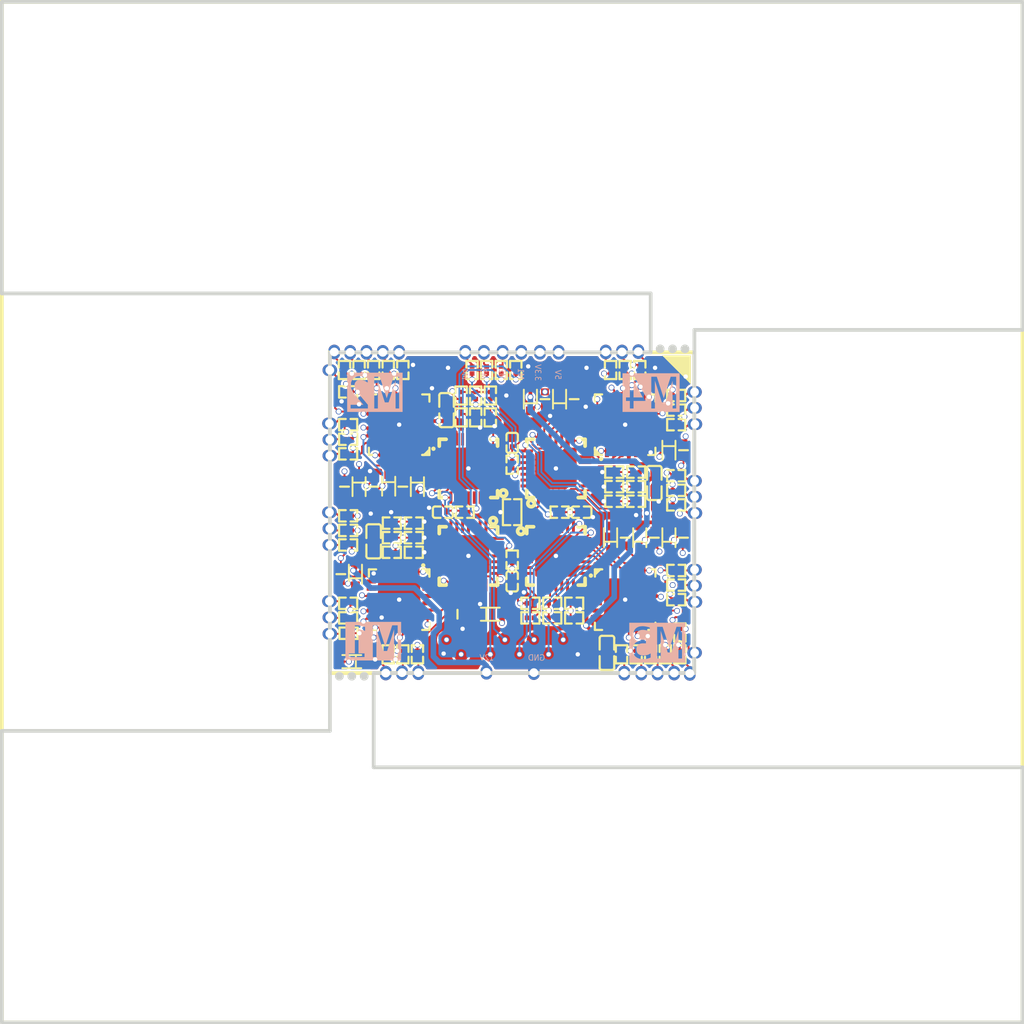
<source format=kicad_pcb>
(kicad_pcb (version 20241229) (generator "pcbnew") (generator_version "9.0")
  (layers (0 "F.Cu" signal "Top Layer") (4 "In1.Cu" signal "Inner1") (6 "In2.Cu" signal "Inner2") (2 "B.Cu" signal "Bottom Layer") (13 "F.Paste" user "Top Paste Mask Layer") (15 "B.Paste" user "Bottom Paste Mask Layer") (5 "F.SilkS" user "Top Silkscreen Layer") (7 "B.SilkS" user "Bottom Silkscreen Layer") (1 "F.Mask" user "Top Solder Mask Layer") (3 "B.Mask" user "Bottom Solder Mask Layer") (25 "Edge.Cuts" user "Multi-Layer"))
  (net 0 "")
  (net 1 "+5V")
  (net 2 "GND")
  (net 3 "3.3V")
  (net 4 "12V")
  (net 5 "M1_VS1")
  (net 6 "M1_VB1")
  (net 7 "M1_VS2")
  (net 8 "M1_VB2")
  (net 9 "M1_VS3")
  (net 10 "M1_VB3")
  (net 11 "M2_VS1")
  (net 12 "M2_VB1")
  (net 13 "M2_VS2")
  (net 14 "M2_VB2")
  (net 15 "M2_VS3")
  (net 16 "M2_VB3")
  (net 17 "M3_VS1")
  (net 18 "M3_VB1")
  (net 19 "M3_VS2")
  (net 20 "M3_VB2")
  (net 21 "M3_VS3")
  (net 22 "M3_VB3")
  (net 23 "M4_VS1")
  (net 24 "M4_VB1")
  (net 25 "M4_VS2")
  (net 26 "M4_VB2")
  (net 27 "M4_VS3")
  (net 28 "M4_VB3")
  (net 29 "M1_SIG")
  (net 30 "M1_HO1_OUT")
  (net 31 "M1_HO1")
  (net 32 "M1_HO2_OUT")
  (net 33 "M1_HO2")
  (net 34 "M1_HO3_OUT")
  (net 35 "M1_HO3")
  (net 36 "M1_LO1_OUT")
  (net 37 "M1_LO1")
  (net 38 "M1_SEN_A")
  (net 39 "M1_SEN_COM")
  (net 40 "M1_LO2_OUT")
  (net 41 "M1_LO2")
  (net 42 "M1_SEN_B")
  (net 43 "M1_LO3_OUT")
  (net 44 "M1_LO3")
  (net 45 "M1_SEN_C")
  (net 46 "M2_SIG")
  (net 47 "M2_HO1_OUT")
  (net 48 "M2_HO1")
  (net 49 "M2_HO2_OUT")
  (net 50 "M2_HO2")
  (net 51 "M2_HO3_OUT")
  (net 52 "M2_HO3")
  (net 53 "M2_LO1_OUT")
  (net 54 "M2_LO1")
  (net 55 "M2_LO2_OUT")
  (net 56 "M2_LO2")
  (net 57 "M2_SEN_A")
  (net 58 "M2_SEN_COM")
  (net 59 "M2_LO3_OUT")
  (net 60 "M2_LO3")
  (net 61 "M2_SEN_B")
  (net 62 "M2_SEN_C")
  (net 63 "M3_SIG")
  (net 64 "M3_HO1_OUT")
  (net 65 "M3_HO1")
  (net 66 "M3_HO2_OUT")
  (net 67 "M3_HO2")
  (net 68 "M3_HO3_OUT")
  (net 69 "M3_HO3")
  (net 70 "M3_LO1_OUT")
  (net 71 "M3_LO1")
  (net 72 "M3_LO2_OUT")
  (net 73 "M3_LO2")
  (net 74 "M3_SEN_A")
  (net 75 "M3_SEN_COM")
  (net 76 "M3_SEN_B")
  (net 77 "M3_LO3_OUT")
  (net 78 "M3_LO3")
  (net 79 "M3_SEN_C")
  (net 80 "M4_SIG")
  (net 81 "M4_HO1_OUT")
  (net 82 "M4_HO1")
  (net 83 "M4_HO2_OUT")
  (net 84 "M4_HO2")
  (net 85 "M4_HO3_OUT")
  (net 86 "M4_HO3")
  (net 87 "M4_LO1_OUT")
  (net 88 "M4_LO1")
  (net 89 "M4_LO2_OUT")
  (net 90 "M4_LO2")
  (net 91 "M4_SEN_A")
  (net 92 "M4_SEN_COM")
  (net 93 "M4_SEN_B")
  (net 94 "M4_LO3_OUT")
  (net 95 "M4_LO3")
  (net 96 "M4_SEN_C")
  (net 97 "M1_SWCLK")
  (net 98 "M1_SWDIO")
  (net 99 "M2_SWCLK")
  (net 100 "M2_SWDIO")
  (net 101 "M3_SWCLK")
  (net 102 "M3_SWDIO")
  (net 103 "M4_SWCLK")
  (net 104 "M4_SWDIO")
  (net 105 "M1_CH")
  (net 106 "M1_BH")
  (net 107 "M1_AH")
  (net 108 "M1_CL")
  (net 109 "M1_BL")
  (net 110 "M1_AL")
  (net 111 "M1_ADC_VOLT")
  (net 112 "M1_ADC_CURR")
  (net 113 "M1_TX")
  (net 114 "M1_RX")
  (net 115 "M2_CH")
  (net 116 "M2_BH")
  (net 117 "M2_AH")
  (net 118 "M2_CL")
  (net 119 "M2_BL")
  (net 120 "M2_AL")
  (net 121 "M2_ADC_VOLT")
  (net 122 "M2_ADC_CURR")
  (net 123 "M2_TX")
  (net 124 "M2_RX")
  (net 125 "M3_CH")
  (net 126 "M3_BH")
  (net 127 "M3_AH")
  (net 128 "M3_CL")
  (net 129 "M3_BL")
  (net 130 "M3_AL")
  (net 131 "M3_ADC_VOLT")
  (net 132 "M3_ADC_CURR")
  (net 133 "M3_TX")
  (net 134 "M3_RX")
  (net 135 "M4_CH")
  (net 136 "M4_BH")
  (net 137 "M4_AH")
  (net 138 "M4_CL")
  (net 139 "M4_BL")
  (net 140 "M4_AL")
  (net 141 "M4_ADC_VOLT")
  (net 142 "M4_ADC_CURR")
  (net 143 "M4_TX")
  (net 144 "M4_RX")
  (net 145 "$1N5017")
  (net 146 "$2N3149")
  (net 147 "$3N2377")
  (net 148 "$4N2377")
  (net 149 "BOOT1")
  (net 150 "BOOT2")
  (net 151 "BOOT3")
  (net 152 "BOOT4")
  (net 153 "$1N5688")
  (net 154 "$2N3240")
  (net 155 "$3N3106")
  (net 156 "$4N3105")
  (footprint "ProDoc_AT32F421G8U7_Test_2025-04-24:Pad_e4295" (layer "F.Cu") (at 148.238 120.981)
    (property "Reference" "")
    (property "Value" "")
  )
  (footprint "ProDoc_AT32F421G8U7_Test_2025-04-24:R0201" (layer "F.Cu") (at 138.75 105 180)
    (property "Reference" "R25" (hide yes))
    (property "Value" "")
  )
  (footprint "ProDoc_AT32F421G8U7_Test_2025-04-24:R0201" (layer "F.Cu") (at 161.25 103)
    (property "Reference" "R62" (hide yes))
    (property "Value" "")
  )
  (footprint "ProDoc_AT32F421G8U7_Test_2025-04-24:SOD-523_L1.2-W0.8-LS1.6-FD" (layer "F.Cu") (at 139.25 114.25 -90)
    (property "Reference" "D3" (hide yes))
    (property "Value" "")
  )
  (footprint "ProDoc_AT32F421G8U7_Test_2025-04-24:R0201" (layer "F.Cu") (at 159.5 119.75 -90)
    (property "Reference" "R42" (hide yes))
    (property "Value" "")
  )
  (footprint "ProDoc_AT32F421G8U7_Test_2025-04-24:Test-Point-0.5mm" (layer "F.Cu") (at 149.5 118.75 90)
    (property "Reference" "TP4" (hide yes))
    (property "Value" "")
  )
  (footprint "ProDoc_AT32F421G8U7_Test_2025-04-24:R0201" (layer "F.Cu") (at 141.75 111.75)
    (property "Reference" "R11" (hide yes))
    (property "Value" "")
  )
  (footprint "ProDoc_AT32F421G8U7_Test_2025-04-24:Pad_e4294" (layer "F.Cu") (at 151.489 121.0065)
    (property "Reference" "")
    (property "Value" "")
  )
  (footprint "ProDoc_AT32F421G8U7_Test_2025-04-24:Test-Point-0.5mm" (layer "F.Cu") (at 154.5 119.75)
    (property "Reference" "TP9" (hide yes))
    (property "Value" "")
  )
  (footprint "ProDoc_AT32F421G8U7_Test_2025-04-24:Pad_e4274" (layer "F.Cu") (at 162.1825 121.06 180)
    (property "Reference" "")
    (property "Value" "")
  )
  (footprint "ProDoc_AT32F421G8U7_Test_2025-04-24:Pad_e4263" (layer "F.Cu") (at 137.494 112.246 90)
    (property "Reference" "")
    (property "Value" "")
  )
  (footprint "ProDoc_AT32F421G8U7_Test_2025-04-24:R0201" (layer "F.Cu") (at 158.5 109.25 180)
    (property "Reference" "R63" (hide yes))
    (property "Value" "")
  )
  (footprint "ProDoc_AT32F421G8U7_Test_2025-04-24:Test-Point-0.5mm" (layer "F.Cu") (at 146.5 119.75 90)
    (property "Reference" "TP1" (hide yes))
    (property "Value" "")
  )
  (footprint "ProDoc_AT32F421G8U7_Test_2025-04-24:R0201" (layer "F.Cu") (at 146.5 103.5 90)
    (property "Reference" "R34" (hide yes))
    (property "Value" "")
  )
  (footprint "ProDoc_AT32F421G8U7_Test_2025-04-24:R0201" (layer "F.Cu") (at 138.75 101.75 180)
    (property "Reference" "R31" (hide yes))
    (property "Value" "")
  )
  (footprint "ProDoc_AT32F421G8U7_Test_2025-04-24:Pad_e4254" (layer "F.Cu") (at 140.0085 99.038)
    (property "Reference" "")
    (property "Value" "")
  )
  (footprint "ProDoc_AT32F421G8U7_Test_2025-04-24:Pad_e4255" (layer "F.Cu") (at 141.126 99.038)
    (property "Reference" "")
    (property "Value" "")
  )
  (footprint "ProDoc_AT32F421G8U7_Test_2025-04-24:R0201" (layer "F.Cu") (at 138.75 117.25 180)
    (property "Reference" "R10" (hide yes))
    (property "Value" "")
  )
  (footprint "ProDoc_AT32F421G8U7_Test_2025-04-24:R0201" (layer "F.Cu") (at 148.5 102 -90)
    (property "Reference" "R27" (hide yes))
    (property "Value" "")
  )
  (footprint "ProDoc_AT32F421G8U7_Test_2025-04-24:R0201" (layer "F.Cu") (at 161.25 116)
    (property "Reference" "R39" (hide yes))
    (property "Value" "")
  )
  (footprint "ProDoc_AT32F421G8U7_Test_2025-04-24:R0201" (layer "F.Cu") (at 141.5 100.25 90)
    (property "Reference" "R33" (hide yes))
    (property "Value" "")
  )
  (footprint "ProDoc_AT32F421G8U7_Test_2025-04-24:Pad_e4261" (layer "F.Cu") (at 137.4685 110.011 90)
    (property "Reference" "")
    (property "Value" "")
  )
  (footprint "ProDoc_AT32F421G8U7_Test_2025-04-24:R0201" (layer "F.Cu") (at 141.5 119.75 90)
    (property "Reference" "R4" (hide yes))
    (property "Value" "")
  )
  (footprint "ProDoc_AT32F421G8U7_Test_2025-04-24:R0201" (layer "F.Cu") (at 152.75 117.25 180)
    (property "Reference" "R47" (hide yes))
    (property "Value" "")
  )
  (footprint "ProDoc_AT32F421G8U7_Test_2025-04-24:R0201" (layer "F.Cu") (at 142.5 100.25 90)
    (property "Reference" "R29" (hide yes))
    (property "Value" "")
  )
  (footprint "ProDoc_AT32F421G8U7_Test_2025-04-24:Pad_e4276" (layer "F.Cu") (at 162.533 116.1575 -90)
    (property "Reference" "")
    (property "Value" "")
  )
  (footprint "ProDoc_AT32F421G8U7_Test_2025-04-24:C0201" (layer "F.Cu") (at 154.75 110 180)
    (property "Reference" "C16" (hide yes))
    (property "Value" "")
  )
  (footprint "ProDoc_AT32F421G8U7_Test_2025-04-24:Pad_e4279" (layer "F.Cu") (at 162.533 110.0615 -90)
    (property "Reference" "")
    (property "Value" "")
  )
  (footprint "ProDoc_AT32F421G8U7_Test_2025-04-24:SOD-523_L1.2-W0.8-LS1.6-FD" (layer "F.Cu") (at 151.25 102.25 -90)
    (property "Reference" "D11" (hide yes))
    (property "Value" "")
  )
  (footprint "ProDoc_AT32F421G8U7_Test_2025-04-24:SOD-523_L1.2-W0.8-LS1.6-FD" (layer "F.Cu") (at 158.75 111.75 -90)
    (property "Reference" "D8" (hide yes))
    (property "Value" "")
  )
  (footprint "ProDoc_AT32F421G8U7_Test_2025-04-24:R0201" (layer "F.Cu") (at 139.5 100.25 90)
    (property "Reference" "R23" (hide yes))
    (property "Value" "")
  )
  (footprint "ProDoc_AT32F421G8U7_Test_2025-04-24:R0201" (layer "F.Cu") (at 158.5 119.75 -90)
    (property "Reference" "R51" (hide yes))
    (property "Value" "")
  )
  (footprint "ProDoc_AT32F421G8U7_Test_2025-04-24:R0201" (layer "F.Cu") (at 138.7795 118.305 180)
    (property "Reference" "R12" (hide yes))
    (property "Value" "")
  )
  (footprint "ProDoc_AT32F421G8U7_Test_2025-04-24:Pad_e4290" (layer "F.Cu") (at 149.3455 99.0355)
    (property "Reference" "")
    (property "Value" "")
  )
  (footprint "ProDoc_AT32F421G8U7_Test_2025-04-24:R0201" (layer "F.Cu") (at 138.75 110.25 180)
    (property "Reference" "R6" (hide yes))
    (property "Value" "")
  )
  (footprint "ProDoc_AT32F421G8U7_Test_2025-04-24:R0201" (layer "F.Cu") (at 154.25 116.25 180)
    (property "Reference" "R52" (hide yes))
    (property "Value" "")
  )
  (footprint "ProDoc_AT32F421G8U7_Test_2025-04-24:Pad_e4277" (layer "F.Cu") (at 162.5075 115.04 -90)
    (property "Reference" "")
    (property "Value" "")
  )
  (footprint "ProDoc_AT32F421G8U7_Test_2025-04-24:R0201" (layer "F.Cu") (at 138.75 104)
    (property "Reference" "R21" (hide yes))
    (property "Value" "")
  )
  (footprint "ProDoc_AT32F421G8U7_Test_2025-04-24:C0201" (layer "F.Cu") (at 150 114.75 90)
    (property "Reference" "C11" (hide yes))
    (property "Value" "")
  )
  (footprint "ProDoc_AT32F421G8U7_Test_2025-04-24:R0201" (layer "F.Cu") (at 147.5 102 -90)
    (property "Reference" "R30" (hide yes))
    (property "Value" "")
  )
  (footprint "ProDoc_AT32F421G8U7_Test_2025-04-24:R0201" (layer "F.Cu") (at 138.75 112.25 180)
    (property "Reference" "R14" (hide yes))
    (property "Value" "")
  )
  (footprint "ProDoc_AT32F421G8U7_Test_2025-04-24:Pad_e4266" (layer "F.Cu") (at 137.494 118.342 90)
    (property "Reference" "")
    (property "Value" "")
  )
  (footprint "ProDoc_AT32F421G8U7_Test_2025-04-24:C0402" (layer "F.Cu") (at 152.25 102.25 90)
    (property "Reference" "C19" (hide yes))
    (property "Value" "")
  )
  (footprint "ProDoc_AT32F421G8U7_Test_2025-04-24:C0402" (layer "F.Cu") (at 154.25 102.25 90)
    (property "Reference" "C18" (hide yes))
    (property "Value" "")
  )
  (footprint "ProDoc_AT32F421G8U7_Test_2025-04-24:R0201" (layer "F.Cu") (at 158.75 100.25 -90)
    (property "Reference" "R58" (hide yes))
    (property "Value" "")
  )
  (footprint "ProDoc_AT32F421G8U7_Test_2025-04-24:R0201" (layer "F.Cu") (at 161.25 107.5)
    (property "Reference" "R69" (hide yes))
    (property "Value" "")
  )
  (footprint "ProDoc_AT32F421G8U7_Test_2025-04-24:Pad_e4260" (layer "F.Cu") (at 137.494 106.1245 90)
    (property "Reference" "")
    (property "Value" "")
  )
  (footprint "ProDoc_AT32F421G8U7_Test_2025-04-24:Pad_e4252" (layer "F.Cu") (at 137.7985 99.0125)
    (property "Reference" "")
    (property "Value" "")
  )
  (footprint "ProDoc_AT32F421G8U7_Test_2025-04-24:Pad_e4288" (layer "F.Cu") (at 146.785 99.0355)
    (property "Reference" "")
    (property "Value" "")
  )
  (footprint "ProDoc_AT32F421G8U7_Test_2025-04-24:R0201" (layer "F.Cu") (at 150 106.75 -90)
    (property "Reference" "R74" (hide yes))
    (property "Value" "")
  )
  (footprint "ProDoc_AT32F421G8U7_Test_2025-04-24:C0402" (layer "F.Cu") (at 138.5 108.25 90)
    (property "Reference" "C10" (hide yes))
    (property "Value" "")
  )
  (footprint "ProDoc_AT32F421G8U7_Test_2025-04-24:R0201" (layer "F.Cu") (at 149.25 100.25 90)
    (property "Reference" "R19" (hide yes))
    (property "Value" "")
  )
  (footprint "ProDoc_AT32F421G8U7_Test_2025-04-24:R0201" (layer "F.Cu") (at 151.25 116.25 180)
    (property "Reference" "R54" (hide yes))
    (property "Value" "")
  )
  (footprint "ProDoc_AT32F421G8U7_Test_2025-04-24:Test-Point-0.5mm" (layer "F.Cu") (at 152.5 119.75 180)
    (property "Reference" "TP7" (hide yes))
    (property "Value" "")
  )
  (footprint "ProDoc_AT32F421G8U7_Test_2025-04-24:Test-Point-0.5mm" (layer "F.Cu") (at 148.5 119.75 90)
    (property "Reference" "TP3" (hide yes))
    (property "Value" "")
  )
  (footprint "ProDoc_AT32F421G8U7_Test_2025-04-24:Pad_e4262" (layer "F.Cu") (at 137.494 111.1285 90)
    (property "Reference" "")
    (property "Value" "")
  )
  (footprint "ProDoc_AT32F421G8U7_Test_2025-04-24:C0402" (layer "F.Cu") (at 156.5 119.65 90)
    (property "Reference" "C30" (hide yes))
    (property "Value" "")
  )
  (footprint "ProDoc_AT32F421G8U7_Test_2025-04-24:R0201" (layer "F.Cu") (at 143.5 119.75 -90)
    (property "Reference" "R7" (hide yes))
    (property "Value" "")
  )
  (footprint "ProDoc_AT32F421G8U7_Test_2025-04-24:R0201" (layer "F.Cu") (at 158.5 107.25 180)
    (property "Reference" "R68" (hide yes))
    (property "Value" "")
  )
  (footprint "ProDoc_AT32F421G8U7_Test_2025-04-24:R0201" (layer "F.Cu") (at 152.75 116.25 180)
    (property "Reference" "R53" (hide yes))
    (property "Value" "")
  )
  (footprint "ProDoc_AT32F421G8U7_Test_2025-04-24:C0402" (layer "F.Cu") (at 138.25 114.25 90)
    (property "Reference" "C5" (hide yes))
    (property "Value" "")
  )
  (footprint "ProDoc_AT32F421G8U7_Test_2025-04-24:Pad_e4271" (layer "F.Cu") (at 158.855 121.0345 180)
    (property "Reference" "")
    (property "Value" "")
  )
  (footprint "ProDoc_AT32F421G8U7_Test_2025-04-24:VQFN-24_L4.0-W4.0-P0.50-TL-EP2.7" (layer "F.Cu") (at 142.25 104 180)
    (property "Reference" "U3" (hide yes))
    (property "Value" "")
  )
  (footprint "ProDoc_AT32F421G8U7_Test_2025-04-24:SOD-523_L1.2-W0.8-LS1.6-FD" (layer "F.Cu") (at 143.5 108.25 90)
    (property "Reference" "D4" (hide yes))
    (property "Value" "")
  )
  (footprint "ProDoc_AT32F421G8U7_Test_2025-04-24:Test-Point-0.5mm" (layer "F.Cu") (at 150.5 119.75)
    (property "Reference" "TP5" (hide yes))
    (property "Value" "")
  )
  (footprint "ProDoc_AT32F421G8U7_Test_2025-04-24:Pad_e4273" (layer "F.Cu") (at 161.1105 121.0345 180)
    (property "Reference" "")
    (property "Value" "")
  )
  (footprint "ProDoc_AT32F421G8U7_Test_2025-04-24:R0201" (layer "F.Cu") (at 146.5 102 -90)
    (property "Reference" "R32" (hide yes))
    (property "Value" "")
  )
  (footprint "ProDoc_AT32F421G8U7_Test_2025-04-24:C0201" (layer "F.Cu") (at 145.25 110)
    (property "Reference" "C1" (hide yes))
    (property "Value" "")
  )
  (footprint "ProDoc_AT32F421G8U7_Test_2025-04-24:R0201" (layer "F.Cu") (at 141.75 110.75)
    (property "Reference" "R8" (hide yes))
    (property "Value" "")
  )
  (footprint "ProDoc_AT32F421G8U7_Test_2025-04-24:Pad_e4282" (layer "F.Cu") (at 162.533 103.9655 -90)
    (property "Reference" "")
    (property "Value" "")
  )
  (footprint "ProDoc_AT32F421G8U7_Test_2025-04-24:R0201" (layer "F.Cu") (at 138.75 116.25 180)
    (property "Reference" "R5" (hide yes))
    (property "Value" "")
  )
  (footprint "ProDoc_AT32F421G8U7_Test_2025-04-24:C0402" (layer "F.Cu") (at 161.75 105.75 -90)
    (property "Reference" "C20" (hide yes))
    (property "Value" "")
  )
  (footprint "ProDoc_AT32F421G8U7_Test_2025-04-24:R0201" (layer "F.Cu") (at 157.75 100.25 90)
    (property "Reference" "R64" (hide yes))
    (property "Value" "")
  )
  (footprint "ProDoc_AT32F421G8U7_Test_2025-04-24:QFN-28_L4.0-W4.0-P0.40-TL-EP2.4" (layer "F.Cu") (at 153 113)
    (property "Reference" "U6" (hide yes))
    (property "Value" "")
  )
  (footprint "ProDoc_AT32F421G8U7_Test_2025-04-24:R0201" (layer "F.Cu") (at 158.5 108.25 180)
    (property "Reference" "R65" (hide yes))
    (property "Value" "")
  )
  (footprint "ProDoc_AT32F421G8U7_Test_2025-04-24:R0201" (layer "F.Cu") (at 150 113.25 90)
    (property "Reference" "R75" (hide yes))
    (property "Value" "")
  )
  (footprint "ProDoc_AT32F421G8U7_Test_2025-04-24:R0201" (layer "F.Cu") (at 143.25 111.75 180)
    (property "Reference" "R17" (hide yes))
    (property "Value" "")
  )
  (footprint "ProDoc_AT32F421G8U7_Test_2025-04-24:Test-Point-0.5mm" (layer "F.Cu") (at 153.5 118.75 180)
    (property "Reference" "TP8" (hide yes))
    (property "Value" "")
  )
  (footprint "ProDoc_AT32F421G8U7_Test_2025-04-24:SOD-523_L1.2-W0.8-LS1.6-FD" (layer "F.Cu") (at 153.25 102.25 -90)
    (property "Reference" "D10" (hide yes))
    (property "Value" "")
  )
  (footprint "ProDoc_AT32F421G8U7_Test_2025-04-24:R0201" (layer "F.Cu") (at 156.75 100.25 90)
    (property "Reference" "R61" (hide yes))
    (property "Value" "")
  )
  (footprint "ProDoc_AT32F421G8U7_Test_2025-04-24:SOD-523_L1.2-W0.8-LS1.6-FD" (layer "F.Cu") (at 148.5 117 180)
    (property "Reference" "D1" (hide yes))
    (property "Value" "")
  )
  (footprint "ProDoc_AT32F421G8U7_Test_2025-04-24:C0402" (layer "F.Cu") (at 159.75 111.75 -90)
    (property "Reference" "C14" (hide yes))
    (property "Value" "")
  )
  (footprint "ProDoc_AT32F421G8U7_Test_2025-04-24:SOD-523_L1.2-W0.8-LS1.6-FD" (layer "F.Cu") (at 139 120.25)
    (property "Reference" "D2" (hide yes))
    (property "Value" "")
  )
  (footprint "ProDoc_AT32F421G8U7_Test_2025-04-24:R0201" (layer "F.Cu") (at 146.75 110)
    (property "Reference" "R73" (hide yes))
    (property "Value" "")
  )
  (footprint "ProDoc_AT32F421G8U7_Test_2025-04-24:C0402" (layer "F.Cu") (at 146.25 117 180)
    (property "Reference" "C3" (hide yes))
    (property "Value" "")
  )
  (footprint "ProDoc_AT32F421G8U7_Test_2025-04-24:SOD-523_L1.2-W0.8-LS1.6-FD" (layer "F.Cu") (at 139.5 108.25 90)
    (property "Reference" "D6" (hide yes))
    (property "Value" "")
  )
  (footprint "ProDoc_AT32F421G8U7_Test_2025-04-24:R0201" (layer "F.Cu") (at 157 108.25)
    (property "Reference" "R71" (hide yes))
    (property "Value" "")
  )
  (footprint "ProDoc_AT32F421G8U7_Test_2025-04-24:C0402" (layer "F.Cu") (at 157.75 111.75 -90)
    (property "Reference" "C13" (hide yes))
    (property "Value" "")
  )
  (footprint "ProDoc_AT32F421G8U7_Test_2025-04-24:R0201" (layer "F.Cu") (at 154.25 117.25 180)
    (property "Reference" "R50" (hide yes))
    (property "Value" "")
  )
  (footprint "ProDoc_AT32F421G8U7_Test_2025-04-24:R0201" (layer "F.Cu") (at 161.25 115)
    (property "Reference" "R43" (hide yes))
    (property "Value" "")
  )
  (footprint "ProDoc_AT32F421G8U7_Test_2025-04-24:R0201" (layer "F.Cu") (at 160.5 119.75 -90)
    (property "Reference" "R41" (hide yes))
    (property "Value" "")
  )
  (footprint "ProDoc_AT32F421G8U7_Test_2025-04-24:Pad_e4275" (layer "F.Cu") (at 162.513 119.6375 -90)
    (property "Reference" "")
    (property "Value" "")
  )
  (footprint "ProDoc_AT32F421G8U7_Test_2025-04-24:Pad_e4257" (layer "F.Cu") (at 137.494 100.2575 90)
    (property "Reference" "")
    (property "Value" "")
  )
  (footprint "ProDoc_AT32F421G8U7_Test_2025-04-24:R0201" (layer "F.Cu") (at 161.25 102)
    (property "Reference" "R66" (hide yes))
    (property "Value" "")
  )
  (footprint "ProDoc_AT32F421G8U7_Test_2025-04-24:Pad_e4285" (layer "F.Cu") (at 158.652 98.9875)
    (property "Reference" "")
    (property "Value" "")
  )
  (footprint "ProDoc_AT32F421G8U7_Test_2025-04-24:R0201" (layer "F.Cu") (at 161.25 104 180)
    (property "Reference" "R59" (hide yes))
    (property "Value" "")
  )
  (footprint "ProDoc_AT32F421G8U7_Test_2025-04-24:Pad_e4284" (layer "F.Cu") (at 162.5075 101.756 -90)
    (property "Reference" "")
    (property "Value" "")
  )
  (footprint "ProDoc_AT32F421G8U7_Test_2025-04-24:R0201" (layer "F.Cu") (at 143.25 110.75 180)
    (property "Reference" "R18" (hide yes))
    (property "Value" "")
  )
  (footprint "ProDoc_AT32F421G8U7_Test_2025-04-24:R0201" (layer "F.Cu") (at 143.25 112.75 180)
    (property "Reference" "R16" (hide yes))
    (property "Value" "")
  )
  (footprint "ProDoc_AT32F421G8U7_Test_2025-04-24:R0201" (layer "F.Cu") (at 157 109.25)
    (property "Reference" "R72" (hide yes))
    (property "Value" "")
  )
  (footprint "ProDoc_AT32F421G8U7_Test_2025-04-24:Pad_e4256" (layer "F.Cu") (at 142.2435 99.038)
    (property "Reference" "")
    (property "Value" "")
  )
  (footprint "ProDoc_AT32F421G8U7_Test_2025-04-24:Pad_e4272" (layer "F.Cu") (at 159.973 121.0345 180)
    (property "Reference" "")
    (property "Value" "")
  )
  (footprint "ProDoc_AT32F421G8U7_Test_2025-04-24:R0201" (layer "F.Cu") (at 161.5 119.75 -90)
    (property "Reference" "R44" (hide yes))
    (property "Value" "")
  )
  (footprint "ProDoc_AT32F421G8U7_Test_2025-04-24:C0402" (layer "F.Cu") (at 140.5 112 -90)
    (property "Reference" "C29" (hide yes))
    (property "Value" "")
  )
  (footprint "ProDoc_AT32F421G8U7_Test_2025-04-24:Pad_e4267" (layer "F.Cu") (at 141.329 121.0345 180)
    (property "Reference" "")
    (property "Value" "")
  )
  (footprint "ProDoc_AT32F421G8U7_Test_2025-04-24:R0201" (layer "F.Cu") (at 151.25 117.25 180)
    (property "Reference" "R45" (hide yes))
    (property "Value" "")
  )
  (footprint "ProDoc_AT32F421G8U7_Test_2025-04-24:Pad_e4269" (layer "F.Cu") (at 143.5645 121.009 180)
    (property "Reference" "")
    (property "Value" "")
  )
  (footprint "ProDoc_AT32F421G8U7_Test_2025-04-24:R0201" (layer "F.Cu") (at 138.5 100.25 90)
    (property "Reference" "R26" (hide yes))
    (property "Value" "")
  )
  (footprint "ProDoc_AT32F421G8U7_Test_2025-04-24:SOD-523_L1.2-W0.8-LS1.6-FD" (layer "F.Cu") (at 160.75 105.75 90)
    (property "Reference" "D12" (hide yes))
    (property "Value" "")
  )
  (footprint "ProDoc_AT32F421G8U7_Test_2025-04-24:SOD-523_L1.2-W0.8-LS1.6-FD" (layer "F.Cu") (at 160.75 111.75 -90)
    (property "Reference" "D9" (hide yes))
    (property "Value" "")
  )
  (footprint "ProDoc_AT32F421G8U7_Test_2025-04-24:R0201" (layer "F.Cu") (at 150.25 100.25 90)
    (property "Reference" "R1" (hide yes))
    (property "Value" "")
  )
  (footprint "ProDoc_AT32F421G8U7_Test_2025-04-24:Pad_e4286" (layer "F.Cu") (at 157.5345 99.0125)
    (property "Reference" "")
    (property "Value" "")
  )
  (footprint "ProDoc_AT32F421G8U7_Test_2025-04-24:R0201" (layer "F.Cu") (at 161.25 109.5)
    (property "Reference" "R60" (hide yes))
    (property "Value" "")
  )
  (footprint "ProDoc_AT32F421G8U7_Test_2025-04-24:R0201" (layer "F.Cu") (at 147.25 100.25 90)
    (property "Reference" "R55" (hide yes))
    (property "Value" "")
  )
  (footprint "ProDoc_AT32F421G8U7_Test_2025-04-24:Pad_e4253" (layer "F.Cu") (at 138.891 99.038)
    (property "Reference" "")
    (property "Value" "")
  )
  (footprint "ProDoc_AT32F421G8U7_Test_2025-04-24:R0201" (layer "F.Cu") (at 148.5 103.5 90)
    (property "Reference" "R36" (hide yes))
    (property "Value" "")
  )
  (footprint "ProDoc_AT32F421G8U7_Test_2025-04-24:C0402" (layer "F.Cu") (at 139 119.25 180)
    (property "Reference" "C4" (hide yes))
    (property "Value" "")
  )
  (footprint "ProDoc_AT32F421G8U7_Test_2025-04-24:Pad_e4265" (layer "F.Cu") (at 137.494 117.2245 90)
    (property "Reference" "")
    (property "Value" "")
  )
  (footprint "ProDoc_AT32F421G8U7_Test_2025-04-24:R0201" (layer "F.Cu") (at 161.25 108.5)
    (property "Reference" "R67" (hide yes))
    (property "Value" "")
  )
  (footprint "ProDoc_AT32F421G8U7_Test_2025-04-24:Pad_e4280" (layer "F.Cu") (at 162.5075 108.944 -90)
    (property "Reference" "")
    (property "Value" "")
  )
  (footprint "ProDoc_AT32F421G8U7_Test_2025-04-24:R0201" (layer "F.Cu") (at 138.75 106 180)
    (property "Reference" "R28" (hide yes))
    (property "Value" "")
  )
  (footprint "ProDoc_AT32F421G8U7_Test_2025-04-24:R0201" (layer "F.Cu") (at 138.75 111.25 180)
    (property "Reference" "R15" (hide yes))
    (property "Value" "")
  )
  (footprint "ProDoc_AT32F421G8U7_Test_2025-04-24:R0201" (layer "F.Cu") (at 157 107.25)
    (property "Reference" "R70" (hide yes))
    (property "Value" "")
  )
  (footprint "ProDoc_AT32F421G8U7_Test_2025-04-24:C0402" (layer "F.Cu") (at 140.5 108.25 90)
    (property "Reference" "C9" (hide yes))
    (property "Value" "")
  )
  (footprint "ProDoc_AT32F421G8U7_Test_2025-04-24:C0402" (layer "F.Cu") (at 145.5 103 -90)
    (property "Reference" "C31" (hide yes))
    (property "Value" "")
  )
  (footprint "ProDoc_AT32F421G8U7_Test_2025-04-24:Pad_e4264" (layer "F.Cu") (at 137.4685 116.107 90)
    (property "Reference" "")
    (property "Value" "")
  )
  (footprint "ProDoc_AT32F421G8U7_Test_2025-04-24:R0201" (layer "F.Cu") (at 161.5 118.25 -90)
    (property "Reference" "R48" (hide yes))
    (property "Value" "")
  )
  (footprint "ProDoc_AT32F421G8U7_Test_2025-04-24:C0201" (layer "F.Cu") (at 150 105.25 -90)
    (property "Reference" "C6" (hide yes))
    (property "Value" "")
  )
  (footprint "ProDoc_AT32F421G8U7_Test_2025-04-24:QFN-28_L4.0-W4.0-P0.40-TL-EP2.4" (layer "F.Cu") (at 147 113 -90)
    (property "Reference" "U2" (hide yes))
    (property "Value" "")
  )
  (footprint "ProDoc_AT32F421G8U7_Test_2025-04-24:C0402" (layer "F.Cu") (at 142.5 108.25 90)
    (property "Reference" "C8" (hide yes))
    (property "Value" "")
  )
  (footprint "ProDoc_AT32F421G8U7_Test_2025-04-24:Pad_e4259" (layer "F.Cu") (at 137.494 105.0325 90)
    (property "Reference" "")
    (property "Value" "")
  )
  (footprint "ProDoc_AT32F421G8U7_Test_2025-04-24:Pad_e4278" (layer "F.Cu") (at 162.5075 113.948 -90)
    (property "Reference" "")
    (property "Value" "")
  )
  (footprint "ProDoc_AT32F421G8U7_Test_2025-04-24:Pad_e4281" (layer "F.Cu") (at 162.5075 107.852 -90)
    (property "Reference" "")
    (property "Value" "")
  )
  (footprint "ProDoc_AT32F421G8U7_Test_2025-04-24:R0201" (layer "F.Cu") (at 142.5 119.75 -90)
    (property "Reference" "R9" (hide yes))
    (property "Value" "")
  )
  (footprint "ProDoc_AT32F421G8U7_Test_2025-04-24:Pad_e4293" (layer "F.Cu") (at 153.186 99.0355)
    (property "Reference" "")
    (property "Value" "")
  )
  (footprint "ProDoc_AT32F421G8U7_Test_2025-04-24:Pad_e4291" (layer "F.Cu") (at 150.6255 99.0355)
    (property "Reference" "")
    (property "Value" "")
  )
  (footprint "ProDoc_AT32F421G8U7_Test_2025-04-24:Pad_e4283" (layer "F.Cu") (at 162.5075 102.848 -90)
    (property "Reference" "")
    (property "Value" "")
  )
  (footprint "ProDoc_AT32F421G8U7_Test_2025-04-24:C0402" (layer "F.Cu") (at 161.75 111.75 -90)
    (property "Reference" "C15" (hide yes))
    (property "Value" "")
  )
  (footprint "ProDoc_AT32F421G8U7_Test_2025-04-24:SOD-523_L1.2-W0.8-LS1.6-FD" (layer "F.Cu") (at 141.5305 108.2195 90)
    (property "Reference" "D5" (hide yes))
    (property "Value" "")
  )
  (footprint "ProDoc_AT32F421G8U7_Test_2025-04-24:VQFN-24_L4.0-W4.0-P0.50-TL-EP2.7" (layer "F.Cu") (at 157.75 116)
    (property "Reference" "U5" (hide yes))
    (property "Value" "")
  )
  (footprint "ProDoc_AT32F421G8U7_Test_2025-04-24:R0201" (layer "F.Cu") (at 147.5 103.5 90)
    (property "Reference" "R35" (hide yes))
    (property "Value" "")
  )
  (footprint "ProDoc_AT32F421G8U7_Test_2025-04-24:Test-Point-0.5mm" (layer "F.Cu") (at 151.5 118.75)
    (property "Reference" "TP6" (hide yes))
    (property "Value" "")
  )
  (footprint "ProDoc_AT32F421G8U7_Test_2025-04-24:R0201" (layer "F.Cu") (at 153.25 110 180)
    (property "Reference" "R76" (hide yes))
    (property "Value" "")
  )
  (footprint "ProDoc_AT32F421G8U7_Test_2025-04-24:Pad_e4287" (layer "F.Cu") (at 156.417 99.0125)
    (property "Reference" "")
    (property "Value" "")
  )
  (footprint "ProDoc_AT32F421G8U7_Test_2025-04-24:Pad_e4270" (layer "F.Cu") (at 157.687 121.0345 180)
    (property "Reference" "")
    (property "Value" "")
  )
  (footprint "ProDoc_AT32F421G8U7_Test_2025-04-24:QFN-28_L4.0-W4.0-P0.40-TL-EP2.4" (layer "F.Cu") (at 153 107 90)
    (property "Reference" "U8" (hide yes))
    (property "Value" "")
  )
  (footprint "ProDoc_AT32F421G8U7_Test_2025-04-24:Pad_e4258" (layer "F.Cu") (at 137.4685 103.915 90)
    (property "Reference" "")
    (property "Value" "")
  )
  (footprint "ProDoc_AT32F421G8U7_Test_2025-04-24:Pad_e4268" (layer "F.Cu") (at 142.447 121.009 180)
    (property "Reference" "")
    (property "Value" "")
  )
  (footprint "ProDoc_AT32F421G8U7_Test_2025-04-24:SOD-523_L1.2-W0.8-LS1.6-FD" (layer "F.Cu") (at 156.75 111.75 -90)
    (property "Reference" "D7" (hide yes))
    (property "Value" "")
  )
  (footprint "ProDoc_AT32F421G8U7_Test_2025-04-24:R0201" (layer "F.Cu") (at 140.5 100.25 90)
    (property "Reference" "R24" (hide yes))
    (property "Value" "")
  )
  (footprint "ProDoc_AT32F421G8U7_Test_2025-04-24:QFN-28_L4.0-W4.0-P0.40-TL-EP2.4" (layer "F.Cu") (at 147 107 180)
    (property "Reference" "U4" (hide yes))
    (property "Value" "")
  )
  (footprint "ProDoc_AT32F421G8U7_Test_2025-04-24:R0201" (layer "F.Cu") (at 148.25 100.25 90)
    (property "Reference" "R37" (hide yes))
    (property "Value" "")
  )
  (footprint "ProDoc_AT32F421G8U7_Test_2025-04-24:Test-Point-0.5mm" (layer "F.Cu") (at 147.5 118.75 90)
    (property "Reference" "TP2" (hide yes))
    (property "Value" "")
  )
  (footprint "ProDoc_AT32F421G8U7_Test_2025-04-24:Pad_e4292" (layer "F.Cu") (at 151.906 99.0355)
    (property "Reference" "")
    (property "Value" "")
  )
  (footprint "ProDoc_AT32F421G8U7_Test_2025-04-24:RES-ARRAY-SMD_0201-8P-L1.4-W0.6-BL" (layer "F.Cu") (at 150 110 -90)
    (property "Reference" "RN1" (hide yes))
    (property "Value" "")
  )
  (footprint "ProDoc_AT32F421G8U7_Test_2025-04-24:R0201" (layer "F.Cu") (at 157.5 119.75 -90)
    (property "Reference" "R49" (hide yes))
    (property "Value" "")
  )
  (footprint "ProDoc_AT32F421G8U7_Test_2025-04-24:R0201" (layer "F.Cu") (at 161.25 114)
    (property "Reference" "R46" (hide yes))
    (property "Value" "")
  )
  (footprint "ProDoc_AT32F421G8U7_Test_2025-04-24:C0402" (layer "F.Cu") (at 159.75 108 90)
    (property "Reference" "C32" (hide yes))
    (property "Value" "")
  )
  (footprint "ProDoc_AT32F421G8U7_Test_2025-04-24:VQFN-24_L4.0-W4.0-P0.50-TL-EP2.7" (layer "F.Cu") (at 142.25 116 -90)
    (property "Reference" "U1" (hide yes))
    (property "Value" "")
  )
  (footprint "ProDoc_AT32F421G8U7_Test_2025-04-24:VQFN-24_L4.0-W4.0-P0.50-TL-EP2.7" (layer "F.Cu") (at 157.75 104 90)
    (property "Reference" "U7" (hide yes))
    (property "Value" "")
  )
  (footprint "ProDoc_AT32F421G8U7_Test_2025-04-24:Pad_e4289" (layer "F.Cu") (at 148.0655 99.0355)
    (property "Reference" "")
    (property "Value" "")
  )
  (footprint "ProDoc_AT32F421G8U7_Test_2025-04-24:R0201" (layer "F.Cu") (at 141.75 112.75)
    (property "Reference" "R13" (hide yes))
    (property "Value" "")
  )
  (footprint "ProDoc_AT32F421G8U7_Test_2025-04-24:Test-Point-0.5mm" (layer "F.Cu") (at 145.5 118.75)
    (property "Reference" "TP10" (hide yes))
    (property "Value" "")
  )
  (gr_rect (start 137.493 99.039) (end 162.487 121.0355) (stroke (width 0.254)) (fill no) (layer "F.SilkS"))
  (gr_rect (start 115 75) (end 185 145) (stroke (width 0.254)) (fill no) (layer "F.SilkS"))
  (gr_line (start 185 145) (end 115 145) (stroke (width 0.254)) (layer "Edge.Cuts"))
  (gr_line (start 185 97.5) (end 162.5 97.5) (stroke (width 0.254)) (layer "Edge.Cuts"))
  (gr_line (start 159.5 95) (end 115 95) (stroke (width 0.254)) (layer "Edge.Cuts"))
  (gr_line (start 140.5 127.5) (end 185 127.5) (stroke (width 0.254)) (layer "Edge.Cuts"))
  (gr_line (start 115 95) (end 115 75) (stroke (width 0.254)) (layer "Edge.Cuts"))
  (gr_line (start 115 75) (end 185 75) (stroke (width 0.254)) (layer "Edge.Cuts"))
  (gr_line (start 185 127.5) (end 185 145) (stroke (width 0.254)) (layer "Edge.Cuts"))
  (gr_line (start 137.5 125) (end 137.5 99.039) (stroke (width 0.254)) (layer "Edge.Cuts"))
  (gr_line (start 162.5 97.5) (end 162.487 121.0355) (stroke (width 0.254)) (layer "Edge.Cuts"))
  (gr_line (start 159.5 99.039) (end 159.5 95) (stroke (width 0.254)) (layer "Edge.Cuts"))
  (gr_line (start 140.5 121.0355) (end 140.5 127.5) (stroke (width 0.254)) (layer "Edge.Cuts"))
  (gr_line (start 115 145) (end 115 125) (stroke (width 0.254)) (layer "Edge.Cuts"))
  (gr_line (start 137.5 99.039) (end 159.5 99.039) (stroke (width 0.254)) (layer "Edge.Cuts"))
  (gr_line (start 115 125) (end 137.5 125) (stroke (width 0.254)) (layer "Edge.Cuts"))
  (gr_line (start 162.487 121.0355) (end 140.5 121.0355) (stroke (width 0.254)) (layer "Edge.Cuts"))
  (gr_line (start 185 75) (end 185 97.5) (stroke (width 0.254)) (layer "Edge.Cuts"))
  (gr_text "3.3V" (at 151.5 101 270) (layer "B.SilkS") (effects (font (size 0.42 0.36) (thickness 0.1525)) (justify left bottom mirror)))
  (gr_text "M4" (at 146.4795 100.9 270) (layer "B.SilkS") (effects (font (size 0.42 0.36) (thickness 0.1525)) (justify left bottom mirror)))
  (gr_text "M2" (at 149.0395 100.9 270) (layer "B.SilkS") (effects (font (size 0.42 0.36) (thickness 0.1525)) (justify left bottom mirror)))
  (gr_text "GND" (at 152.25 120.25 -0) (layer "B.SilkS") (effects (font (size 0.42 0.36) (thickness 0.1525)) (justify left bottom mirror)))
  (gr_text "5V" (at 152.88 100.9 270) (layer "B.SilkS") (effects (font (size 0.42 0.36) (thickness 0.1525)) (justify left bottom mirror)))
  (gr_text "M4" (at 161.5 103.25 -0) (layer "B.SilkS" knockout) (effects (font (size 2.1335 1.829) (thickness 0.203)) (justify left bottom mirror)))
  (gr_text "M3" (at 147.7595 100.9 270) (layer "B.SilkS") (effects (font (size 0.42 0.36) (thickness 0.1525)) (justify left bottom mirror)))
  (gr_text "M1" (at 142.4 120.3 -0) (layer "B.SilkS" knockout) (effects (font (size 2.1335 1.829) (thickness 0.203)) (justify left bottom mirror)))
  (gr_text "M1" (at 150.32 100.9 270) (layer "B.SilkS") (effects (font (size 0.42 0.36) (thickness 0.1525)) (justify left bottom mirror)))
  (gr_text "12V" (at 148.75 120.25 -0) (layer "B.SilkS") (effects (font (size 0.42 0.36) (thickness 0.1525)) (justify left bottom mirror)))
  (gr_text "M3" (at 161.9 120.4 -0) (layer "B.SilkS" knockout) (effects (font (size 2.1335 1.829) (thickness 0.203)) (justify left bottom mirror)))
  (gr_text "M2" (at 142.5 103.25 -0) (layer "B.SilkS" knockout) (effects (font (size 2.1335 1.829) (thickness 0.203)) (justify left bottom mirror)))
  (via (at 153.0005 107) (size 0.4) (drill 0.3) (layers "F.Cu" "B.Cu") (net 2))
  (via (at 143.9715 112.75) (size 0.4) (drill 0.3) (layers "F.Cu" "B.Cu") (net 2))
  (via (at 155.537 110.338) (size 0.399) (drill 0.2995) (layers "F.Cu" "B.Cu") (net 2))
  (via (at 140.3 110.1) (size 0.4) (drill 0.3) (layers "F.Cu" "B.Cu") (net 2))
  (via (at 147.8 104.2) (size 0.399) (drill 0.2995) (layers "F.Cu" "B.Cu") (net 2))
  (via (at 155.0455 102.7705) (size 0.399) (drill 0.2995) (layers "F.Cu" "B.Cu") (net 2))
  (via (at 141.7 110) (size 0.399) (drill 0.2995) (layers "F.Cu" "B.Cu") (net 2))
  (via (at 143.9715 111.75) (size 0.4) (drill 0.3) (layers "F.Cu" "B.Cu") (net 2))
  (via (at 140.5 114.2) (size 0.399) (drill 0.2995) (layers "F.Cu" "B.Cu") (net 2))
  (via (at 143.9715 110.65) (size 0.4) (drill 0.3) (layers "F.Cu" "B.Cu") (net 2))
  (via (at 161.9 100.7) (size 0.399) (drill 0.2995) (layers "F.Cu" "B.Cu") (net 2))
  (via (at 147.8 116.3) (size 0.399) (drill 0.2995) (layers "F.Cu" "B.Cu") (net 2))
  (via (at 159.8 100.1) (size 0.399) (drill 0.2995) (layers "F.Cu" "B.Cu") (net 2))
  (via (at 148.7905 104.0985) (size 0.399) (drill 0.2995) (layers "F.Cu" "B.Cu") (net 2))
  (via (at 142.25 104) (size 0.4) (drill 0.3) (layers "F.Cu" "B.Cu") (net 2))
  (via (at 149.6 102) (size 0.399) (drill 0.2995) (layers "F.Cu" "B.Cu") (net 2))
  (via (at 141.049 117.2255) (size 0.399) (drill 0.2995) (layers "F.Cu" "B.Cu") (net 2))
  (via (at 154.5 119.75) (size 0.399) (drill 0.2995) (layers "F.Cu" "B.Cu") (net 2))
  (via (at 139.5 102.6) (size 0.399) (drill 0.2995) (layers "F.Cu" "B.Cu") (net 2))
  (via (at 144.3 109.7) (size 0.4) (drill 0.3) (layers "F.Cu" "B.Cu") (net 2))
  (via (at 147 106.9995) (size 0.4) (drill 0.3) (layers "F.Cu" "B.Cu") (net 2))
  (via (at 151.1 100) (size 0.399) (drill 0.2995) (layers "F.Cu" "B.Cu") (net 2))
  (via (at 154.644 116.6405) (size 0.399) (drill 0.2995) (layers "F.Cu" "B.Cu") (net 2))
  (via (at 155.1 100.1) (size 0.399) (drill 0.2995) (layers "F.Cu" "B.Cu") (net 2))
  (via (at 153 113) (size 0.4) (drill 0.3) (layers "F.Cu" "B.Cu") (net 2))
  (via (at 149.9 115.537) (size 0.399) (drill 0.2995) (layers "F.Cu" "B.Cu") (net 2))
  (via (at 142.25 116) (size 0.4) (drill 0.3) (layers "F.Cu" "B.Cu") (net 2))
  (via (at 152.6 103.4) (size 0.399) (drill 0.2995) (layers "F.Cu" "B.Cu") (net 2))
  (via (at 158.5 110.2) (size 0.399) (drill 0.2995) (layers "F.Cu" "B.Cu") (net 2))
  (via (at 140.6 120.1) (size 0.399) (drill 0.2995) (layers "F.Cu" "B.Cu") (net 2))
  (via (at 146.6 118) (size 0.399) (drill 0.2995) (layers "F.Cu" "B.Cu") (net 2))
  (via (at 157.75 116) (size 0.4) (drill 0.3) (layers "F.Cu" "B.Cu") (net 2))
  (via (at 160.05 109.2685) (size 0.399) (drill 0.2995) (layers "F.Cu" "B.Cu") (net 2))
  (via (at 146.9995 113) (size 0.4) (drill 0.3) (layers "F.Cu" "B.Cu") (net 2))
  (via (at 156.182 107.25) (size 0.399) (drill 0.2995) (layers "F.Cu" "B.Cu") (net 2))
  (via (at 150.804 115.496) (size 0.399) (drill 0.2995) (layers "F.Cu" "B.Cu") (net 2))
  (via (at 143.2 99.9) (size 0.399) (drill 0.2995) (layers "F.Cu" "B.Cu") (net 2))
  (via (at 159.5 105.9) (size 0.399) (drill 0.2995) (layers "F.Cu" "B.Cu") (net 2))
  (via (at 145.6 100.1) (size 0.399) (drill 0.2995) (layers "F.Cu" "B.Cu") (net 2))
  (via (at 149.2 110) (size 0.399) (drill 0.2995) (layers "F.Cu" "B.Cu") (net 2))
  (via (at 156.274 109.25) (size 0.399) (drill 0.2995) (layers "F.Cu" "B.Cu") (net 2))
  (via (at 145.3 119.7) (size 0.399) (drill 0.2995) (layers "F.Cu" "B.Cu") (net 2))
  (via (at 156.2785 108.25) (size 0.399) (drill 0.2995) (layers "F.Cu" "B.Cu") (net 2))
  (via (at 138.3 102.4) (size 0.399) (drill 0.2995) (layers "F.Cu" "B.Cu") (net 2))
  (via (at 153.3715 116.6405) (size 0.399) (drill 0.2995) (layers "F.Cu" "B.Cu") (net 2))
  (via (at 140.252 107.182) (size 0.399) (drill 0.2995) (layers "F.Cu" "B.Cu") (net 2))
  (via (at 157.75 104) (size 0.4) (drill 0.3) (layers "F.Cu" "B.Cu") (net 2))
  (via (at 144.5 101.5) (size 0.399) (drill 0.2995) (layers "F.Cu" "B.Cu") (net 2))
  (segment (start 149.6 114.8) (end 149.6 114.6) (width 0.127) (layer "F.Cu") (net 3))
  (segment (start 151.4 105.251) (end 151.149 105) (width 0.127) (layer "F.Cu") (net 3))
  (segment (start 145.4415 108.6) (end 145.2 108.6) (width 0.127) (layer "F.Cu") (net 3))
  (segment (start 154.4 113.3) (end 154.5 113.4) (width 0.127) (layer "F.Cu") (net 3))
  (segment (start 154.8 110.4) (end 155 110.6) (width 0.127) (layer "F.Cu") (net 3))
  (segment (start 153.4 109.9085) (end 153.4915 110) (width 0.127) (layer "F.Cu") (net 3))
  (segment (start 145.5245 110) (end 145.6245 109.9) (width 0.127) (layer "F.Cu") (net 3))
  (segment (start 146.4085 109.9) (end 146.5085 110) (width 0.127) (layer "F.Cu") (net 3))
  (segment (start 150.7 105) (end 150.1755 105.5245) (width 0.127) (layer "F.Cu") (net 3))
  (segment (start 154.4755 110) (end 153.9715 110) (width 0.127) (layer "F.Cu") (net 3))
  (segment (start 146.6 114.5) (end 146.7 114.4) (width 0.127) (layer "F.Cu") (net 3))
  (segment (start 151.4 105.3585) (end 151.4 105.251) (width 0.127) (layer "F.Cu") (net 3))
  (segment (start 150 106.1285) (end 150 105.5245) (width 0.127) (layer "F.Cu") (net 3))
  (segment (start 146.6 115) (end 146.6 114.5) (width 0.127) (layer "F.Cu") (net 3))
  (segment (start 146.7 114.4) (end 148.4415 114.4) (width 0.127) (layer "F.Cu") (net 3))
  (segment (start 151.149 105) (end 150.7 105) (width 0.127) (layer "F.Cu") (net 3))
  (segment (start 146.6 110.0915) (end 146.6 111) (width 0.127) (layer "F.Cu") (net 3))
  (segment (start 148.4415 114.4) (end 149.0415 115) (width 0.127) (layer "F.Cu") (net 3))
  (segment (start 150.0915 113.4) (end 150 113.4915) (width 0.127) (layer "F.Cu") (net 3))
  (segment (start 145 109.3) (end 145.5245 109.8245) (width 0.127) (layer "F.Cu") (net 3))
  (segment (start 153.4 105.5) (end 153.2655 105.6345) (width 0.127) (layer "F.Cu") (net 3))
  (segment (start 149.9085 106.6) (end 149 106.6) (width 0.127) (layer "F.Cu") (net 3))
  (segment (start 145.6 106.7) (end 145.6 108.4415) (width 0.127) (layer "F.Cu") (net 3))
  (segment (start 154.5 113.4) (end 155 113.4) (width 0.127) (layer "F.Cu") (net 3))
  (segment (start 145.6245 109.9) (end 146.037 109.9) (width 0.127) (layer "F.Cu") (net 3))
  (segment (start 154.6 110.4) (end 154.8 110.4) (width 0.127) (layer "F.Cu") (net 3))
  (segment (start 150.1755 105.5245) (end 150 105.5245) (width 0.127) (layer "F.Cu") (net 3))
  (segment (start 145.5 106.6) (end 145.6 106.7) (width 0.127) (layer "F.Cu") (net 3))
  (segment (start 153.4 109) (end 153.4 109.9085) (width 0.127) (layer "F.Cu") (net 3))
  (segment (start 155 110.6) (end 155 111) (width 0.127) (layer "F.Cu") (net 3))
  (segment (start 150 113.8715) (end 150 114.4755) (width 0.127) (layer "F.Cu") (net 3))
  (segment (start 149.7245 114.4755) (end 150 114.4755) (width 0.127) (layer "F.Cu") (net 3))
  (segment (start 145.6 108.4415) (end 145.4415 108.6) (width 0.127) (layer "F.Cu") (net 3))
  (segment (start 154.4755 110) (end 154.4755 110.2755) (width 0.127) (layer "F.Cu") (net 3))
  (segment (start 149.6 114.6) (end 149.7245 114.4755) (width 0.127) (layer "F.Cu") (net 3))
  (segment (start 153.9715 110) (end 153.4915 110) (width 0.127) (layer "F.Cu") (net 3))
  (segment (start 153.4 105.0005) (end 153.4 105.5) (width 0.127) (layer "F.Cu") (net 3))
  (segment (start 145.5245 109.8245) (end 145.5245 110) (width 0.127) (layer "F.Cu") (net 3))
  (segment (start 145 108.8) (end 145 109.3) (width 0.127) (layer "F.Cu") (net 3))
  (segment (start 150 106.5085) (end 150 106.1285) (width 0.127) (layer "F.Cu") (net 3))
  (segment (start 149.0415 115) (end 149.4 115) (width 0.127) (layer "F.Cu") (net 3))
  (segment (start 150 113.4915) (end 150 113.8715) (width 0.127) (layer "F.Cu") (net 3))
  (segment (start 151 113.4) (end 150.0915 113.4) (width 0.127) (layer "F.Cu") (net 3))
  (segment (start 154.4755 110.2755) (end 154.6 110.4) (width 0.127) (layer "F.Cu") (net 3))
  (segment (start 149.4 115) (end 149.6 114.8) (width 0.127) (layer "F.Cu") (net 3))
  (segment (start 154.4 111.6) (end 154.4 113.3) (width 0.127) (layer "F.Cu") (net 3))
  (segment (start 145.2 108.6) (end 145 108.8) (width 0.127) (layer "F.Cu") (net 3))
  (segment (start 145 106.6) (end 145.5 106.6) (width 0.127) (layer "F.Cu") (net 3))
  (segment (start 155 111) (end 154.4 111.6) (width 0.127) (layer "F.Cu") (net 3))
  (segment (start 150 106.5085) (end 149.9085 106.6) (width 0.127) (layer "F.Cu") (net 3))
  (segment (start 146.037 109.9) (end 146.4085 109.9) (width 0.127) (layer "F.Cu") (net 3))
  (segment (start 146.5085 110) (end 146.6 110.0915) (width 0.127) (layer "F.Cu") (net 3))
  (segment (start 151.6765 105.6345) (end 151.4 105.3585) (width 0.127) (layer "F.Cu") (net 3))
  (segment (start 153.2655 105.6345) (end 151.6765 105.6345) (width 0.127) (layer "F.Cu") (net 3))
  (via (at 146.037 109.9) (size 0.4) (drill 0.3) (layers "F.Cu" "B.Cu") (net 3))
  (via (at 153.9715 110) (size 0.4) (drill 0.3) (layers "F.Cu" "B.Cu") (net 3))
  (via (at 150 106.1285) (size 0.4) (drill 0.3) (layers "F.Cu" "B.Cu") (net 3))
  (via (at 150 113.8715) (size 0.4) (drill 0.3) (layers "F.Cu" "B.Cu") (net 3))
  (via (at 145.5 118.75) (size 0.4) (drill 0.3) (layers "F.Cu" "B.Cu") (net 3))
  (segment (start 141 112.045) (end 141 109.326) (width 0.254) (layer "F.Cu") (net 4))
  (segment (start 160.75 110.95) (end 160.5 110.7) (width 0.254) (layer "F.Cu") (net 4))
  (segment (start 151.504 101.196) (end 152.996 101.196) (width 0.254) (layer "F.Cu") (net 4))
  (segment (start 157 110.7) (end 156.75 110.95) (width 0.254) (layer "F.Cu") (net 4))
  (segment (start 159.759 106.7) (end 159.759 107.446) (width 0.254) (layer "F.Cu") (net 4))
  (segment (start 139.9 112.8) (end 140.245 112.8) (width 0.254) (layer "F.Cu") (net 4))
  (segment (start 144.95 103.75) (end 145.295 103.75) (width 0.254) (layer "F.Cu") (net 4))
  (segment (start 151.25 101.45) (end 151.504 101.196) (width 0.254) (layer "F.Cu") (net 4))
  (segment (start 139.25 113.85) (end 139.1 114) (width 0.254) (layer "F.Cu") (net 4))
  (segment (start 143.5 108.6) (end 143.7 108.4) (width 0.254) (layer "F.Cu") (net 4))
  (segment (start 156.5 110.95) (end 156.7 110.75) (width 0.127) (layer "F.Cu") (net 4))
  (segment (start 159.238 110.7) (end 157 110.7) (width 0.254) (layer "F.Cu") (net 4))
  (segment (start 149.3 117) (end 149.3 117.6) (width 0.381) (layer "F.Cu") (net 4))
  (segment (start 141 109.326) (end 140.924 109.25) (width 0.254) (layer "F.Cu") (net 4))
  (segment (start 145.295 103.75) (end 145.5 103.545) (width 0.254) (layer "F.Cu") (net 4))
  (segment (start 138.2 120.25) (end 138.8 120.25) (width 0.127) (layer "F.Cu") (net 4))
  (segment (start 160.6 106.7) (end 160.75 106.55) (width 0.254) (layer "F.Cu") (net 4))
  (segment (start 141.761 109.25) (end 143.3 109.25) (width 0.254) (layer "F.Cu") (net 4))
  (segment (start 158 106.5) (end 158.2 106.7) (width 0.254) (layer "F.Cu") (net 4))
  (segment (start 142 113.6) (end 142 114.0885) (width 0.254) (layer "F.Cu") (net 4))
  (segment (start 155.1 117.7315) (end 155.1 116.5) (width 0.254) (layer "F.Cu") (net 4))
  (segment (start 160.5 110.7) (end 159.238 110.7) (width 0.254) (layer "F.Cu") (net 4))
  (segment (start 155.0635 117.768) (end 155.1 117.7315) (width 0.254) (layer "F.Cu") (net 4))
  (segment (start 158.2 106.7) (end 159.759 106.7) (width 0.254) (layer "F.Cu") (net 4))
  (segment (start 159.238 110.0715) (end 159.238 107.967) (width 0.254) (layer "F.Cu") (net 4))
  (segment (start 143.3 109.25) (end 143.5 109.05) (width 0.254) (layer "F.Cu") (net 4))
  (segment (start 140.5 112.545) (end 141 112.045) (width 0.254) (layer "F.Cu") (net 4))
  (segment (start 141.1 113.3) (end 141.7 113.3) (width 0.254) (layer "F.Cu") (net 4))
  (segment (start 155.1 116.5) (end 155.35 116.25) (width 0.254) (layer "F.Cu") (net 4))
  (segment (start 156.5 119.105) (end 156.4 119.105) (width 0.254) (layer "F.Cu") (net 4))
  (segment (start 151.25 102.1) (end 151.25 101.45) (width 0.254) (layer "F.Cu") (net 4))
  (segment (start 140.5 112.545) (end 140.5 112.7) (width 0.254) (layer "F.Cu") (net 4))
  (segment (start 143.5 109.05) (end 143.5 108.6) (width 0.254) (layer "F.Cu") (net 4))
  (segment (start 152.996 101.196) (end 153.25 101.45) (width 0.254) (layer "F.Cu") (net 4))
  (segment (start 155.35 116.25) (end 155.8385 116.25) (width 0.254) (layer "F.Cu") (net 4))
  (segment (start 159.238 110.0715) (end 159.238 110.7) (width 0.254) (layer "F.Cu") (net 4))
  (segment (start 144.1615 103.75) (end 144.95 103.75) (width 0.254) (layer "F.Cu") (net 4))
  (segment (start 139.25 113.45) (end 139.25 113.85) (width 0.254) (layer "F.Cu") (net 4))
  (segment (start 141.5305 109.0195) (end 141.3 109.25) (width 0.254) (layer "F.Cu") (net 4))
  (segment (start 139.25 113.45) (end 139.9 112.8) (width 0.254) (layer "F.Cu") (net 4))
  (segment (start 156.4 119.105) (end 155.0635 117.768) (width 0.254) (layer "F.Cu") (net 4))
  (segment (start 139.5 109.05) (end 139.7 109.25) (width 0.254) (layer "F.Cu") (net 4))
  (segment (start 141.7 113.3) (end 142 113.6) (width 0.254) (layer "F.Cu") (net 4))
  (segment (start 158 105.9115) (end 158 106.5) (width 0.254) (layer "F.Cu") (net 4))
  (segment (start 140.245 112.8) (end 140.5 112.545) (width 0.254) (layer "F.Cu") (net 4))
  (segment (start 159.759 106.7) (end 160.6 106.7) (width 0.254) (layer "F.Cu") (net 4))
  (segment (start 139.7 109.25) (end 140.924 109.25) (width 0.254) (layer "F.Cu") (net 4))
  (segment (start 159.238 107.967) (end 159.75 107.455) (width 0.254) (layer "F.Cu") (net 4))
  (segment (start 141.3 109.25) (end 140.924 109.25) (width 0.254) (layer "F.Cu") (net 4))
  (segment (start 140.5 112.7) (end 141.1 113.3) (width 0.254) (layer "F.Cu") (net 4))
  (via (at 139.1 114) (size 0.4) (drill 0.3) (layers "F.Cu" "B.Cu") (net 4))
  (via (at 138.8 120.25) (size 0.4) (drill 0.3) (layers "F.Cu" "B.Cu") (net 4))
  (via (at 155.0635 117.768) (size 0.4) (drill 0.3) (layers "F.Cu" "B.Cu") (net 4))
  (via (at 143.7 108.4) (size 0.4) (drill 0.3) (layers "F.Cu" "B.Cu") (net 4))
  (via (at 159.238 110.0715) (size 0.4) (drill 0.3) (layers "F.Cu" "B.Cu") (net 4))
  (via (at 149.3 117.6) (size 0.4) (drill 0.3) (layers "F.Cu" "B.Cu") (net 4))
  (via (at 144.95 103.75) (size 0.4) (drill 0.3) (layers "F.Cu" "B.Cu") (net 4))
  (via (at 151.25 102.1) (size 0.4) (drill 0.3) (layers "F.Cu" "B.Cu") (net 4))
  (segment (start 158.4 106.5) (end 154.7 106.5) (width 0.381) (layer "B.Cu") (net 4))
  (segment (start 159.238 110.0715) (end 159.238 107.338) (width 0.381) (layer "B.Cu") (net 4))
  (segment (start 155.0635 117.768) (end 157 115.8315) (width 0.381) (layer "B.Cu") (net 4))
  (segment (start 159.238 107.338) (end 158.4 106.5) (width 0.381) (layer "B.Cu") (net 4))
  (segment (start 144.6 119.9) (end 144.6 118.3) (width 0.381) (layer "B.Cu") (net 4))
  (segment (start 151.25 102.5275) (end 151.25 102.1) (width 0.381) (layer "B.Cu") (net 4))
  (segment (start 145 120.3) (end 144.6 119.9) (width 0.381) (layer "B.Cu") (net 4))
  (segment (start 140.3 115.2) (end 139.1 114) (width 0.381) (layer "B.Cu") (net 4))
  (segment (start 151.2335 102.544) (end 151.25 102.5275) (width 0.381) (layer "B.Cu") (net 4))
  (segment (start 151.2335 103.0335) (end 151.2335 102.544) (width 0.381) (layer "B.Cu") (net 4))
  (segment (start 159.238 110.862) (end 159.238 110.0715) (width 0.381) (layer "B.Cu") (net 4))
  (segment (start 158.1 112.7) (end 158.1 112) (width 0.381) (layer "B.Cu") (net 4))
  (segment (start 157 115.8315) (end 157 113.8) (width 0.381) (layer "B.Cu") (net 4))
  (segment (start 145 117.9) (end 145 116.9) (width 0.381) (layer "B.Cu") (net 4))
  (segment (start 147.993 120.3) (end 145 120.3) (width 0.381) (layer "B.Cu") (net 4))
  (segment (start 145 116.9) (end 143.3 115.2) (width 0.381) (layer "B.Cu") (net 4))
  (segment (start 158.1 112) (end 159.238 110.862) (width 0.381) (layer "B.Cu") (net 4))
  (segment (start 157 113.8) (end 158.1 112.7) (width 0.381) (layer "B.Cu") (net 4))
  (segment (start 143.3 115.2) (end 140.3 115.2) (width 0.381) (layer "B.Cu") (net 4))
  (segment (start 148.238 120.545) (end 147.993 120.3) (width 0.381) (layer "B.Cu") (net 4))
  (segment (start 154.7 106.5) (end 151.2335 103.0335) (width 0.381) (layer "B.Cu") (net 4))
  (segment (start 144.6 118.3) (end 145 117.9) (width 0.381) (layer "B.Cu") (net 4))
  (segment (start 143.5 118.4) (end 144.1 118.4) (width 0.127) (layer "F.Cu") (net 5))
  (segment (start 144.1 118.4) (end 145.5 117) (width 0.127) (layer "F.Cu") (net 5))
  (segment (start 142.9 119) (end 143.5 118.4) (width 0.127) (layer "F.Cu") (net 5))
  (segment (start 143.5 118.4) (end 143.5 117.9115) (width 0.127) (layer "F.Cu") (net 5))
  (segment (start 142.5 119.9915) (end 142.7085 119.9915) (width 0.127) (layer "F.Cu") (net 5))
  (segment (start 145.5 117) (end 145.75 117) (width 0.127) (layer "F.Cu") (net 5))
  (segment (start 142.7085 119.9915) (end 142.9 119.8) (width 0.127) (layer "F.Cu") (net 5))
  (segment (start 142.5 120.6185) (end 142.447 120.672) (width 0.127) (layer "F.Cu") (net 5))
  (segment (start 142.9 119.8) (end 142.9 119) (width 0.127) (layer "F.Cu") (net 5))
  (segment (start 142.5 119.9915) (end 142.5 120.6185) (width 0.127) (layer "F.Cu") (net 5))
  (segment (start 145.15 116.75) (end 145.4 116.5) (width 0.127) (layer "F.Cu") (net 6))
  (segment (start 144.1615 116.75) (end 145.15 116.75) (width 0.127) (layer "F.Cu") (net 6))
  (segment (start 146.75 117) (end 147.7 117) (width 0.127) (layer "F.Cu") (net 6))
  (segment (start 145.4 116.5) (end 146.25 116.5) (width 0.127) (layer "F.Cu") (net 6))
  (segment (start 146.25 116.5) (end 146.75 117) (width 0.127) (layer "F.Cu") (net 6))
  (segment (start 140.844 118.89) (end 140.634 119.1) (width 0.127) (layer "F.Cu") (net 7))
  (segment (start 138.538 118.305) (end 138.501 118.342) (width 0.127) (layer "F.Cu") (net 7))
  (segment (start 138.538 118.815) (end 138.538 118.305) (width 0.127) (layer "F.Cu") (net 7))
  (segment (start 138.5 119.25) (end 138.538 119.212) (width 0.127) (layer "F.Cu") (net 7))
  (segment (start 142 117.9115) (end 142 118.349) (width 0.127) (layer "F.Cu") (net 7))
  (segment (start 142 118.349) (end 141.459 118.89) (width 0.127) (layer "F.Cu") (net 7))
  (segment (start 140.634 119.1) (end 140.0935 119.1) (width 0.127) (layer "F.Cu") (net 7))
  (segment (start 138.538 119.212) (end 138.538 118.815) (width 0.127) (layer "F.Cu") (net 7))
  (segment (start 140.0935 119.1) (end 139.8085 118.815) (width 0.127) (layer "F.Cu") (net 7))
  (segment (start 141.459 118.89) (end 140.844 118.89) (width 0.127) (layer "F.Cu") (net 7))
  (segment (start 139.8085 118.815) (end 138.538 118.815) (width 0.127) (layer "F.Cu") (net 7))
  (segment (start 138.501 118.342) (end 137.8565 118.342) (width 0.127) (layer "F.Cu") (net 7))
  (segment (start 139.6 119.35) (end 139.5 119.25) (width 0.127) (layer "F.Cu") (net 8))
  (segment (start 140.9385 119.119) (end 142.381 119.119) (width 0.127) (layer "F.Cu") (net 8))
  (segment (start 139.6 120.05) (end 139.6 119.758) (width 0.127) (layer "F.Cu") (net 8))
  (segment (start 143 118.5) (end 143 117.9115) (width 0.127) (layer "F.Cu") (net 8))
  (segment (start 139.6 119.758) (end 139.6 119.35) (width 0.127) (layer "F.Cu") (net 8))
  (segment (start 139.8 120.25) (end 139.6 120.05) (width 0.127) (layer "F.Cu") (net 8))
  (segment (start 142.381 119.119) (end 143 118.5) (width 0.127) (layer "F.Cu") (net 8))
  (segment (start 139.6 119.758) (end 140.2995 119.758) (width 0.127) (layer "F.Cu") (net 8))
  (segment (start 140.2995 119.758) (end 140.9385 119.119) (width 0.127) (layer "F.Cu") (net 8))
  (segment (start 140.3385 117.25) (end 140.05 117.25) (width 0.127) (layer "F.Cu") (net 9))
  (segment (start 138.5085 112.25) (end 137.8605 112.25) (width 0.127) (layer "F.Cu") (net 9))
  (segment (start 138.25 113.75) (end 138.25 113.15) (width 0.127) (layer "F.Cu") (net 9))
  (segment (start 137.8605 112.25) (end 137.8565 112.246) (width 0.127) (layer "F.Cu") (net 9))
  (segment (start 140.05 117.25) (end 139.8 117.5) (width 0.127) (layer "F.Cu") (net 9))
  (segment (start 138.5085 112.8915) (end 138.5085 112.25) (width 0.127) (layer "F.Cu") (net 9))
  (segment (start 138.25 113.15) (end 138.5085 112.8915) (width 0.127) (layer "F.Cu") (net 9))
  (via (at 138.25 113.15) (size 0.4) (drill 0.3) (layers "F.Cu" "B.Cu") (net 9))
  (via (at 139.8 117.5) (size 0.4) (drill 0.3) (layers "F.Cu" "B.Cu") (net 9))
  (segment (start 141.3 118.5) (end 140.6 118.5) (width 0.127) (layer "F.Cu") (net 10))
  (segment (start 138.739 114.9) (end 138.5 114.9) (width 0.127) (layer "F.Cu") (net 10))
  (segment (start 140.6 118.5) (end 140.5 118.6) (width 0.127) (layer "F.Cu") (net 10))
  (segment (start 141.5 117.9115) (end 141.5 118.3) (width 0.127) (layer "F.Cu") (net 10))
  (segment (start 141.5 118.3) (end 141.3 118.5) (width 0.127) (layer "F.Cu") (net 10))
  (segment (start 139.1 114.9) (end 138.739 114.9) (width 0.127) (layer "F.Cu") (net 10))
  (segment (start 139.25 115.05) (end 139.1 114.9) (width 0.127) (layer "F.Cu") (net 10))
  (via (at 138.739 114.9) (size 0.4) (drill 0.3) (layers "F.Cu" "B.Cu") (net 10))
  (via (at 140.5 118.6) (size 0.4) (drill 0.3) (layers "F.Cu" "B.Cu") (net 10))
  (segment (start 139.95 105.25) (end 140.3385 105.25) (width 0.127) (layer "F.Cu") (net 11))
  (segment (start 139.7 105.9) (end 139.7 105.5) (width 0.127) (layer "F.Cu") (net 11))
  (segment (start 139.7 105.9) (end 140.6 106.8) (width 0.127) (layer "F.Cu") (net 11))
  (segment (start 138.5085 106) (end 138.5085 106.1085) (width 0.127) (layer "F.Cu") (net 11))
  (segment (start 141.9 106.8) (end 142.5 107.4) (width 0.127) (layer "F.Cu") (net 11))
  (segment (start 139.2 106.4) (end 139.7 105.9) (width 0.127) (layer "F.Cu") (net 11))
  (segment (start 140.6 106.8) (end 141.9 106.8) (width 0.127) (layer "F.Cu") (net 11))
  (segment (start 137.9815 106) (end 137.8565 106.1245) (width 0.127) (layer "F.Cu") (net 11))
  (segment (start 139.7 105.5) (end 139.95 105.25) (width 0.127) (layer "F.Cu") (net 11))
  (segment (start 142.5 107.4) (end 142.5 107.75) (width 0.127) (layer "F.Cu") (net 11))
  (segment (start 138.5085 106) (end 137.9815 106) (width 0.127) (layer "F.Cu") (net 11))
  (segment (start 138.8 106.4) (end 139.2 106.4) (width 0.127) (layer "F.Cu") (net 11))
  (segment (start 138.5085 106.1085) (end 138.8 106.4) (width 0.127) (layer "F.Cu") (net 11))
  (segment (start 140.3385 105.2615) (end 140.3385 105.25) (width 0.127) (layer "F.Cu") (net 11))
  (segment (start 142.5 106.5) (end 143.45 107.45) (width 0.127) (layer "F.Cu") (net 12))
  (segment (start 141.7 106.5) (end 142.5 106.5) (width 0.127) (layer "F.Cu") (net 12))
  (segment (start 142.5 108.75) (end 143.5 107.75) (width 0.127) (layer "F.Cu") (net 12))
  (segment (start 141.5 105.9115) (end 141.5 106.3) (width 0.127) (layer "F.Cu") (net 12))
  (segment (start 143.45 107.45) (end 143.5 107.45) (width 0.127) (layer "F.Cu") (net 12))
  (segment (start 141.5 106.3) (end 141.7 106.5) (width 0.127) (layer "F.Cu") (net 12))
  (segment (start 138.25 101.75) (end 138 101.5) (width 0.127) (layer "F.Cu") (net 13))
  (segment (start 138 101.5) (end 138 100.75) (width 0.127) (layer "F.Cu") (net 13))
  (segment (start 140.05 108.2) (end 140 108.2) (width 0.127) (layer "F.Cu") (net 13))
  (segment (start 139.45 103.75) (end 140.3385 103.75) (width 0.127) (layer "F.Cu") (net 13))
  (segment (start 140.5 107.75) (end 140.05 108.2) (width 0.127) (layer "F.Cu") (net 13))
  (segment (start 137.8565 102.8565) (end 138.1 103.1) (width 0.127) (layer "F.Cu") (net 13))
  (segment (start 138.5085 101.75) (end 138.25 101.75) (width 0.127) (layer "F.Cu") (net 13))
  (segment (start 137.8565 102.1435) (end 137.8565 102.8565) (width 0.127) (layer "F.Cu") (net 13))
  (segment (start 137.8565 100.6065) (end 137.8565 100.2575) (width 0.127) (layer "F.Cu") (net 13))
  (segment (start 138 100.75) (end 137.8565 100.6065) (width 0.127) (layer "F.Cu") (net 13))
  (segment (start 138.1 103.1) (end 138.8 103.1) (width 0.127) (layer "F.Cu") (net 13))
  (segment (start 138.8 103.1) (end 139.45 103.75) (width 0.127) (layer "F.Cu") (net 13))
  (segment (start 138.25 101.75) (end 137.8565 102.1435) (width 0.127) (layer "F.Cu") (net 13))
  (via (at 140 108.2) (size 0.4) (drill 0.3) (layers "F.Cu" "B.Cu") (net 13))
  (via (at 138.1 103.1) (size 0.4) (drill 0.3) (layers "F.Cu" "B.Cu") (net 13))
  (segment (start 140.5 108.75) (end 141.5305 107.7195) (width 0.127) (layer "F.Cu") (net 14))
  (segment (start 139.9 104.75) (end 139.8 104.85) (width 0.127) (layer "F.Cu") (net 14))
  (segment (start 140.3385 104.75) (end 139.9 104.75) (width 0.127) (layer "F.Cu") (net 14))
  (via (at 139.8 104.85) (size 0.4) (drill 0.3) (layers "F.Cu" "B.Cu") (net 14))
  (via (at 141.1 108.2) (size 0.4) (drill 0.3) (layers "F.Cu" "B.Cu") (net 14))
  (segment (start 141.1 107.3) (end 141.1 108.2) (width 0.127) (layer "B.Cu") (net 14))
  (segment (start 139.8 106) (end 141.1 107.3) (width 0.127) (layer "B.Cu") (net 14))
  (segment (start 139.8 104.85) (end 139.8 106) (width 0.127) (layer "B.Cu") (net 14))
  (segment (start 140.7 101.5) (end 141 101.8) (width 0.127) (layer "F.Cu") (net 15))
  (segment (start 141.5 100.0085) (end 141.5 99.7765) (width 0.127) (layer "F.Cu") (net 15))
  (segment (start 141 100.8) (end 140.7 101.1) (width 0.127) (layer "F.Cu") (net 15))
  (segment (start 141 101.8) (end 141 102.0885) (width 0.127) (layer "F.Cu") (net 15))
  (segment (start 141.5 99.7765) (end 141.126 99.4025) (width 0.127) (layer "F.Cu") (net 15))
  (segment (start 138.5 107.75) (end 138.5 107.2) (width 0.127) (layer "F.Cu") (net 15))
  (segment (start 140.7 101.1) (end 140.7 101.5) (width 0.127) (layer "F.Cu") (net 15))
  (segment (start 141.5 100.0085) (end 141.4915 100) (width 0.127) (layer "F.Cu") (net 15))
  (segment (start 141.4915 100) (end 141.25 100) (width 0.127) (layer "F.Cu") (net 15))
  (segment (start 141.25 100) (end 141 100.25) (width 0.127) (layer "F.Cu") (net 15))
  (segment (start 141 100.25) (end 141 100.8) (width 0.127) (layer "F.Cu") (net 15))
  (via (at 140.7 101.5) (size 0.4) (drill 0.3) (layers "F.Cu" "B.Cu") (net 15))
  (via (at 138.5 107.2) (size 0.4) (drill 0.3) (layers "F.Cu" "B.Cu") (net 15))
  (segment (start 138.5 108.75) (end 139.5 107.75) (width 0.127) (layer "F.Cu") (net 16))
  (segment (start 140.3385 103.25) (end 139.8 103.25) (width 0.127) (layer "F.Cu") (net 16))
  (segment (start 139.5 107.45) (end 139.5 106.7) (width 0.127) (layer "F.Cu") (net 16))
  (via (at 139.5 106.7) (size 0.4) (drill 0.3) (layers "F.Cu" "B.Cu") (net 16))
  (via (at 139.8 103.25) (size 0.4) (drill 0.3) (layers "F.Cu" "B.Cu") (net 16))
  (segment (start 159.5 113.5) (end 159.7885 113.7885) (width 0.127) (layer "F.Cu") (net 17))
  (segment (start 159.7885 113.7885) (end 159.977 113.6) (width 0.127) (layer "F.Cu") (net 17))
  (segment (start 157.75 112.25) (end 157.75 112.45) (width 0.127) (layer "F.Cu") (net 17))
  (segment (start 161.4915 114) (end 162.071 114) (width 0.127) (layer "F.Cu") (net 17))
  (segment (start 157.75 112.45) (end 158.8 113.5) (width 0.127) (layer "F.Cu") (net 17))
  (segment (start 161.4915 113.7915) (end 161.4915 114) (width 0.127) (layer "F.Cu") (net 17))
  (segment (start 159.7885 113.7885) (end 159.7885 114.623) (width 0.127) (layer "F.Cu") (net 17))
  (segment (start 161.3 113.6) (end 161.4915 113.7915) (width 0.127) (layer "F.Cu") (net 17))
  (segment (start 159.7885 114.623) (end 159.6615 114.75) (width 0.127) (layer "F.Cu") (net 17))
  (segment (start 159.977 113.6) (end 161.3 113.6) (width 0.127) (layer "F.Cu") (net 17))
  (segment (start 162.071 114) (end 162.1235 113.948) (width 0.127) (layer "F.Cu") (net 17))
  (segment (start 158.8 113.5) (end 159.5 113.5) (width 0.127) (layer "F.Cu") (net 17))
  (segment (start 156.75 112.55) (end 156.75 112.25) (width 0.127) (layer "F.Cu") (net 18))
  (segment (start 158.5 113.7) (end 158.5 114.0885) (width 0.127) (layer "F.Cu") (net 18))
  (segment (start 156.75 112.55) (end 157.7 113.5) (width 0.127) (layer "F.Cu") (net 18))
  (segment (start 158.3 113.5) (end 158.5 113.7) (width 0.127) (layer "F.Cu") (net 18))
  (segment (start 157.7 113.5) (end 158.3 113.5) (width 0.127) (layer "F.Cu") (net 18))
  (segment (start 156.75 112.25) (end 157.75 111.25) (width 0.127) (layer "F.Cu") (net 18))
  (segment (start 160.377 116.377) (end 160.25 116.25) (width 0.127) (layer "F.Cu") (net 19))
  (segment (start 162.1 119.614) (end 162.1235 119.6375) (width 0.127) (layer "F.Cu") (net 19))
  (segment (start 161.5 117.2) (end 161.7 117) (width 0.127) (layer "F.Cu") (net 19))
  (segment (start 161 118.2915) (end 161 117.4) (width 0.127) (layer "F.Cu") (net 19))
  (segment (start 162.1 118.7) (end 162.1 119.614) (width 0.127) (layer "F.Cu") (net 19))
  (segment (start 159.75 112.25) (end 160.1 112.6) (width 0.127) (layer "F.Cu") (net 19))
  (segment (start 161.5 118.4915) (end 161.2 118.4915) (width 0.127) (layer "F.Cu") (net 19))
  (segment (start 161.8915 118.4915) (end 162.1 118.7) (width 0.127) (layer "F.Cu") (net 19))
  (segment (start 160.25 116.25) (end 159.6615 116.25) (width 0.127) (layer "F.Cu") (net 19))
  (segment (start 160.1 112.6) (end 160.1 112.7) (width 0.127) (layer "F.Cu") (net 19))
  (segment (start 161.2 118.4915) (end 161 118.2915) (width 0.127) (layer "F.Cu") (net 19))
  (segment (start 161.2 117.2) (end 161.5 117.2) (width 0.127) (layer "F.Cu") (net 19))
  (segment (start 161 117.4) (end 161.2 117.2) (width 0.127) (layer "F.Cu") (net 19))
  (segment (start 161.7 116.5) (end 161.577 116.377) (width 0.127) (layer "F.Cu") (net 19))
  (segment (start 161.5 118.4915) (end 161.8915 118.4915) (width 0.127) (layer "F.Cu") (net 19))
  (segment (start 161.577 116.377) (end 160.377 116.377) (width 0.127) (layer "F.Cu") (net 19))
  (segment (start 161.7 117) (end 161.7 116.5) (width 0.127) (layer "F.Cu") (net 19))
  (via (at 161 117.4) (size 0.4) (drill 0.3) (layers "F.Cu" "B.Cu") (net 19))
  (via (at 160.1 112.7) (size 0.4) (drill 0.3) (layers "F.Cu" "B.Cu") (net 19))
  (segment (start 158.75 112.25) (end 159.1 111.9) (width 0.127) (layer "F.Cu") (net 20))
  (segment (start 159.6615 115.25) (end 160.15 115.25) (width 0.127) (layer "F.Cu") (net 20))
  (segment (start 160.15 115.25) (end 160.5 114.9) (width 0.127) (layer "F.Cu") (net 20))
  (segment (start 159.1 111.9) (end 159.75 111.25) (width 0.127) (layer "F.Cu") (net 20))
  (segment (start 158.75 112.55) (end 158.75 112.25) (width 0.127) (layer "F.Cu") (net 20))
  (segment (start 160.5 114.9) (end 160.5 114.5) (width 0.127) (layer "F.Cu") (net 20))
  (via (at 159.1 111.9) (size 0.4) (drill 0.3) (layers "F.Cu" "B.Cu") (net 20))
  (via (at 160.5 114.5) (size 0.4) (drill 0.3) (layers "F.Cu" "B.Cu") (net 20))
  (segment (start 158.855 120.347) (end 158.855 120.672) (width 0.127) (layer "F.Cu") (net 21))
  (segment (start 161.7 112.3) (end 161.75 112.25) (width 0.127) (layer "F.Cu") (net 21))
  (segment (start 158.9 119.4) (end 158.9 119.6555) (width 0.127) (layer "F.Cu") (net 21))
  (segment (start 158.5 119.9915) (end 158.855 120.347) (width 0.127) (layer "F.Cu") (net 21))
  (segment (start 159 118.199) (end 159.3 118.499) (width 0.127) (layer "F.Cu") (net 21))
  (segment (start 158.9 119.6555) (end 158.564 119.9915) (width 0.127) (layer "F.Cu") (net 21))
  (segment (start 159.3 119) (end 158.9 119.4) (width 0.127) (layer "F.Cu") (net 21))
  (segment (start 159 117.9115) (end 159 118.199) (width 0.127) (layer "F.Cu") (net 21))
  (segment (start 159.3 118.499) (end 159.3 119) (width 0.127) (layer "F.Cu") (net 21))
  (segment (start 161.7 112.8) (end 161.7 112.3) (width 0.127) (layer "F.Cu") (net 21))
  (segment (start 158.564 119.9915) (end 158.5 119.9915) (width 0.127) (layer "F.Cu") (net 21))
  (via (at 161.7 112.8) (size 0.4) (drill 0.3) (layers "F.Cu" "B.Cu") (net 21))
  (via (at 159.3 118.499) (size 0.4) (drill 0.3) (layers "F.Cu" "B.Cu") (net 21))
  (segment (start 160.75 112.55) (end 160.75 112.25) (width 0.127) (layer "F.Cu") (net 22))
  (segment (start 159.6615 116.75) (end 161.294 116.75) (width 0.127) (layer "F.Cu") (net 22))
  (segment (start 161.1 111.9) (end 161.75 111.25) (width 0.127) (layer "F.Cu") (net 22))
  (segment (start 161.294 116.75) (end 161.3105 116.7665) (width 0.127) (layer "F.Cu") (net 22))
  (segment (start 160.75 112.25) (end 161.1 111.9) (width 0.127) (layer "F.Cu") (net 22))
  (via (at 161.3105 116.7665) (size 0.4) (drill 0.3) (layers "F.Cu" "B.Cu") (net 22))
  (via (at 161.1 111.9) (size 0.4) (drill 0.3) (layers "F.Cu" "B.Cu") (net 22))
  (segment (start 157.75 99.618) (end 157.5345 99.4025) (width 0.127) (layer "F.Cu") (net 23))
  (segment (start 156.5675 101.0325) (end 156.9115 101.0325) (width 0.127) (layer "F.Cu") (net 23))
  (segment (start 157.3 100.644) (end 157.3 100.2) (width 0.127) (layer "F.Cu") (net 23))
  (segment (start 154.25 101.75) (end 156.389 101.75) (width 0.127) (layer "F.Cu") (net 23))
  (segment (start 156.4 101.2) (end 156.5675 101.0325) (width 0.127) (layer "F.Cu") (net 23))
  (segment (start 156.389 101.75) (end 156.4 101.739) (width 0.127) (layer "F.Cu") (net 23))
  (segment (start 157.3 100.2) (end 157.4915 100.0085) (width 0.127) (layer "F.Cu") (net 23))
  (segment (start 156.9115 101.0325) (end 157.3 100.644) (width 0.127) (layer "F.Cu") (net 23))
  (segment (start 157.75 100.0085) (end 157.75 99.618) (width 0.127) (layer "F.Cu") (net 23))
  (segment (start 156.5 101.839) (end 156.4 101.739) (width 0.127) (layer "F.Cu") (net 23))
  (segment (start 156.4 101.739) (end 156.4 101.2) (width 0.127) (layer "F.Cu") (net 23))
  (segment (start 156.5 102.0885) (end 156.5 101.839) (width 0.127) (layer "F.Cu") (net 23))
  (segment (start 157.4915 100.0085) (end 157.75 100.0085) (width 0.127) (layer "F.Cu") (net 23))
  (segment (start 154.244 103.25) (end 155.8385 103.25) (width 0.127) (layer "F.Cu") (net 24))
  (segment (start 153.25 103.05) (end 153.45 103.25) (width 0.127) (layer "F.Cu") (net 24))
  (segment (start 154.244 102.756) (end 154.25 102.75) (width 0.127) (layer "F.Cu") (net 24))
  (segment (start 154.244 103.25) (end 154.244 102.756) (width 0.127) (layer "F.Cu") (net 24))
  (segment (start 153.45 103.25) (end 154.244 103.25) (width 0.127) (layer "F.Cu") (net 24))
  (segment (start 158 101.4915) (end 158.202 101.2895) (width 0.127) (layer "F.Cu") (net 25))
  (segment (start 161.5 101.9915) (end 161.4915 102) (width 0.127) (layer "F.Cu") (net 25))
  (segment (start 158.4915 101) (end 161.2 101) (width 0.127) (layer "F.Cu") (net 25))
  (segment (start 161.2 101) (end 161.5 101.3) (width 0.127) (layer "F.Cu") (net 25))
  (segment (start 161.5 101.3) (end 161.5 101.9915) (width 0.127) (layer "F.Cu") (net 25))
  (segment (start 158.202 101.2895) (end 158.4915 101) (width 0.127) (layer "F.Cu") (net 25))
  (segment (start 158 102.0885) (end 158 101.4915) (width 0.127) (layer "F.Cu") (net 25))
  (segment (start 161.4915 102) (end 161.879 102) (width 0.127) (layer "F.Cu") (net 25))
  (segment (start 161.879 102) (end 162.1235 101.756) (width 0.127) (layer "F.Cu") (net 25))
  (via (at 158.202 101.2895) (size 0.4) (drill 0.3) (layers "F.Cu" "B.Cu") (net 25))
  (via (at 152.25 101.75) (size 0.4) (drill 0.3) (layers "F.Cu" "B.Cu") (net 25))
  (segment (start 151.55 102.75) (end 152.25 102.75) (width 0.127) (layer "F.Cu") (net 26))
  (segment (start 151.25 103.05) (end 151.55 102.75) (width 0.127) (layer "F.Cu") (net 26))
  (segment (start 157 101.646) (end 156.8125 101.4585) (width 0.127) (layer "F.Cu") (net 26))
  (segment (start 157 102.0885) (end 157 101.646) (width 0.127) (layer "F.Cu") (net 26))
  (via (at 151.75 102.758) (size 0.4) (drill 0.3) (layers "F.Cu" "B.Cu") (net 26))
  (via (at 156.8125 101.4585) (size 0.4) (drill 0.3) (layers "F.Cu" "B.Cu") (net 26))
  (segment (start 160.063 102.537) (end 160.6975 102.537) (width 0.127) (layer "F.Cu") (net 27))
  (segment (start 159.85 102.75) (end 160.063 102.537) (width 0.127) (layer "F.Cu") (net 27))
  (segment (start 161.5915 107.4) (end 161.5915 106.8085) (width 0.127) (layer "F.Cu") (net 27))
  (segment (start 161.5915 106.8085) (end 161.75 106.65) (width 0.127) (layer "F.Cu") (net 27))
  (segment (start 161.4915 107.5) (end 161.7715 107.5) (width 0.127) (layer "F.Cu") (net 27))
  (segment (start 161.4915 107.5) (end 161.5915 107.4) (width 0.127) (layer "F.Cu") (net 27))
  (segment (start 161.7715 107.5) (end 162.1235 107.852) (width 0.127) (layer "F.Cu") (net 27))
  (segment (start 161.75 106.65) (end 161.75 106.25) (width 0.127) (layer "F.Cu") (net 27))
  (segment (start 159.6615 102.75) (end 159.85 102.75) (width 0.127) (layer "F.Cu") (net 27))
  (via (at 161.5915 106.8085) (size 0.4) (drill 0.3) (layers "F.Cu" "B.Cu") (net 27))
  (via (at 160.6975 102.537) (size 0.4) (drill 0.3) (layers "F.Cu" "B.Cu") (net 27))
  (segment (start 161.9 104.8) (end 161.9 105.1) (width 0.127) (layer "F.Cu") (net 28))
  (segment (start 161.75 105.25) (end 161.45 104.95) (width 0.127) (layer "F.Cu") (net 28))
  (segment (start 158.5 101.7) (end 158.8 101.4) (width 0.127) (layer "F.Cu") (net 28))
  (segment (start 158.5 102.0885) (end 158.5 101.7) (width 0.127) (layer "F.Cu") (net 28))
  (segment (start 161.9 105.1) (end 161.75 105.25) (width 0.127) (layer "F.Cu") (net 28))
  (segment (start 161.45 104.95) (end 160.75 104.95) (width 0.127) (layer "F.Cu") (net 28))
  (via (at 158.8 101.4) (size 0.4) (drill 0.3) (layers "F.Cu" "B.Cu") (net 28))
  (via (at 161.9 104.8) (size 0.4) (drill 0.3) (layers "F.Cu" "B.Cu") (net 28))
  (segment (start 150.25 100.0085) (end 150.6255 99.633) (width 0.127) (layer "F.Cu") (net 29))
  (segment (start 150.6255 99.633) (end 150.6255 99.4025) (width 0.127) (layer "F.Cu") (net 29))
  (segment (start 141.1 120.4425) (end 141.329 120.672) (width 0.127) (layer "F.Cu") (net 30))
  (segment (start 141.2 119.5085) (end 141.1 119.6085) (width 0.127) (layer "F.Cu") (net 30))
  (segment (start 141.5 119.5085) (end 141.2 119.5085) (width 0.127) (layer "F.Cu") (net 30))
  (segment (start 141.1 119.6085) (end 141.1 120.4425) (width 0.127) (layer "F.Cu") (net 30))
  (segment (start 144.2 117.2885) (end 144.2 117.7) (width 0.127) (layer "F.Cu") (net 31))
  (segment (start 144.1615 117.25) (end 144.2 117.2885) (width 0.127) (layer "F.Cu") (net 31))
  (segment (start 141.6085 120.1) (end 142 120.1) (width 0.127) (layer "F.Cu") (net 31))
  (segment (start 141.5 119.9915) (end 141.6085 120.1) (width 0.127) (layer "F.Cu") (net 31))
  (via (at 144.2 117.7) (size 0.4) (drill 0.3) (layers "F.Cu" "B.Cu") (net 31))
  (via (at 142 120.1) (size 0.4) (drill 0.3) (layers "F.Cu" "B.Cu") (net 31))
  (segment (start 138.3655 116.107) (end 137.8565 116.107) (width 0.127) (layer "F.Cu") (net 32))
  (segment (start 138.5085 116.25) (end 138.3655 116.107) (width 0.127) (layer "F.Cu") (net 32))
  (segment (start 142.5 118.4) (end 142.3 118.6) (width 0.127) (layer "F.Cu") (net 33))
  (segment (start 138.9 116.3415) (end 138.9 116.7) (width 0.127) (layer "F.Cu") (net 33))
  (segment (start 138.9915 116.25) (end 138.9 116.3415) (width 0.127) (layer "F.Cu") (net 33))
  (segment (start 142.5 117.9115) (end 142.5 118.4) (width 0.127) (layer "F.Cu") (net 33))
  (via (at 142.3 118.6) (size 0.4) (drill 0.3) (layers "F.Cu" "B.Cu") (net 33))
  (via (at 138.9 116.7) (size 0.4) (drill 0.3) (layers "F.Cu" "B.Cu") (net 33))
  (segment (start 138.5085 110.25) (end 138.096 110.25) (width 0.127) (layer "F.Cu") (net 34))
  (segment (start 138.096 110.25) (end 137.8565 110.011) (width 0.127) (layer "F.Cu") (net 34))
  (segment (start 141 117.9115) (end 140.6 117.9115) (width 0.127) (layer "F.Cu") (net 35))
  (segment (start 138.9915 110.25) (end 139.4 110.25) (width 0.127) (layer "F.Cu") (net 35))
  (via (at 140.6 117.9115) (size 0.4) (drill 0.3) (layers "F.Cu" "B.Cu") (net 35))
  (via (at 139.4 110.25) (size 0.4) (drill 0.3) (layers "F.Cu" "B.Cu") (net 35))
  (segment (start 143.5 119.9915) (end 143.5645 120.056) (width 0.127) (layer "F.Cu") (net 36))
  (segment (start 143.5645 120.056) (end 143.5645 120.672) (width 0.127) (layer "F.Cu") (net 36))
  (segment (start 140.3385 116.75) (end 139.85 116.75) (width 0.127) (layer "F.Cu") (net 37))
  (segment (start 139.85 116.75) (end 139.8 116.8) (width 0.127) (layer "F.Cu") (net 37))
  (segment (start 143.5 119.5085) (end 143.5 119.1) (width 0.127) (layer "F.Cu") (net 37))
  (via (at 139.8 116.8) (size 0.4) (drill 0.3) (layers "F.Cu" "B.Cu") (net 37))
  (via (at 143.5 119.1) (size 0.4) (drill 0.3) (layers "F.Cu" "B.Cu") (net 37))
  (segment (start 142.9085 110.65) (end 143.0085 110.75) (width 0.127) (layer "F.Cu") (net 38))
  (segment (start 142.5055 110.65) (end 142.9085 110.65) (width 0.127) (layer "F.Cu") (net 38))
  (segment (start 141.9915 110.75) (end 142.0915 110.65) (width 0.127) (layer "F.Cu") (net 38))
  (segment (start 142.0915 110.65) (end 142.5055 110.65) (width 0.127) (layer "F.Cu") (net 38))
  (segment (start 144.5 110.4) (end 144.25 110.15) (width 0.127) (layer "F.Cu") (net 38))
  (segment (start 142.5 119.5085) (end 142.1 119.5085) (width 0.127) (layer "F.Cu") (net 38))
  (segment (start 146.2 110.6) (end 146 110.4) (width 0.127) (layer "F.Cu") (net 38))
  (segment (start 144.25 110.15) (end 143.3 110.15) (width 0.127) (layer "F.Cu") (net 38))
  (segment (start 143.0085 110.4415) (end 143.0085 110.75) (width 0.127) (layer "F.Cu") (net 38))
  (segment (start 143.3 110.15) (end 143.0085 110.4415) (width 0.127) (layer "F.Cu") (net 38))
  (segment (start 146.2 111) (end 146.2 110.6) (width 0.127) (layer "F.Cu") (net 38))
  (segment (start 146 110.4) (end 144.5 110.4) (width 0.127) (layer "F.Cu") (net 38))
  (via (at 142.1 119.5085) (size 0.4) (drill 0.3) (layers "F.Cu" "B.Cu") (net 38))
  (via (at 142.5055 110.65) (size 0.4) (drill 0.3) (layers "F.Cu" "B.Cu") (net 38))
  (segment (start 141.5085 111.75) (end 141.5085 111.127) (width 0.127) (layer "F.Cu") (net 39))
  (segment (start 141.5085 111.127) (end 145.773 111.127) (width 0.127) (layer "F.Cu") (net 39))
  (segment (start 145.8 111.1) (end 145.8 111) (width 0.127) (layer "F.Cu") (net 39))
  (segment (start 141.5085 112.75) (end 141.5085 111.75) (width 0.127) (layer "F.Cu") (net 39))
  (segment (start 145.773 111.127) (end 145.8 111.1) (width 0.127) (layer "F.Cu") (net 39))
  (segment (start 141.5085 111.127) (end 141.5085 110.75) (width 0.127) (layer "F.Cu") (net 39))
  (segment (start 138.5085 117.25) (end 137.882 117.25) (width 0.127) (layer "F.Cu") (net 40))
  (segment (start 137.882 117.25) (end 137.8565 117.2245) (width 0.127) (layer "F.Cu") (net 40))
  (segment (start 139.3895 116.6105) (end 139.75 116.25) (width 0.127) (layer "F.Cu") (net 41))
  (segment (start 138.9915 117.25) (end 139.25 117.25) (width 0.127) (layer "F.Cu") (net 41))
  (segment (start 139.25 117.25) (end 139.3895 117.1105) (width 0.127) (layer "F.Cu") (net 41))
  (segment (start 139.3895 117.1105) (end 139.3895 116.6105) (width 0.127) (layer "F.Cu") (net 41))
  (segment (start 139.75 116.25) (end 140.3385 116.25) (width 0.127) (layer "F.Cu") (net 41))
  (segment (start 143.2085 112.3) (end 144.2 112.3) (width 0.127) (layer "F.Cu") (net 42))
  (segment (start 141.9915 111.75) (end 142.514 111.75) (width 0.127) (layer "F.Cu") (net 42))
  (segment (start 144.5 112.6) (end 145 112.6) (width 0.127) (layer "F.Cu") (net 42))
  (segment (start 144.2 112.3) (end 144.5 112.6) (width 0.127) (layer "F.Cu") (net 42))
  (segment (start 143.0085 111.75) (end 143.0085 112.1) (width 0.127) (layer "F.Cu") (net 42))
  (segment (start 143.0085 112.1) (end 143.2085 112.3) (width 0.127) (layer "F.Cu") (net 42))
  (segment (start 142.514 111.75) (end 143.0085 111.75) (width 0.127) (layer "F.Cu") (net 42))
  (segment (start 139.021 118.305) (end 139.026 118.3) (width 0.127) (layer "F.Cu") (net 42))
  (segment (start 139.026 118.3) (end 139.521 118.3) (width 0.127) (layer "F.Cu") (net 42))
  (via (at 139.521 118.3) (size 0.4) (drill 0.3) (layers "F.Cu" "B.Cu") (net 42))
  (via (at 142.514 111.75) (size 0.4) (drill 0.3) (layers "F.Cu" "B.Cu") (net 42))
  (segment (start 137.978 111.25) (end 137.8565 111.1285) (width 0.127) (layer "F.Cu") (net 43))
  (segment (start 138.5085 111.25) (end 137.978 111.25) (width 0.127) (layer "F.Cu") (net 43))
  (segment (start 138.9915 111.25) (end 139.4 111.25) (width 0.127) (layer "F.Cu") (net 44))
  (segment (start 139.75 115.75) (end 139.7 115.7) (width 0.127) (layer "F.Cu") (net 44))
  (segment (start 140.3385 115.75) (end 139.75 115.75) (width 0.127) (layer "F.Cu") (net 44))
  (via (at 139.4 111.25) (size 0.4) (drill 0.3) (layers "F.Cu" "B.Cu") (net 44))
  (via (at 139.7 115.7) (size 0.4) (drill 0.3) (layers "F.Cu" "B.Cu") (net 44))
  (segment (start 143.0085 113.0085) (end 143.149 113.149) (width 0.127) (layer "F.Cu") (net 45))
  (segment (start 142 112.7415) (end 141.9915 112.75) (width 0.127) (layer "F.Cu") (net 45))
  (segment (start 138.9915 112.25) (end 139 112.2585) (width 0.127) (layer "F.Cu") (net 45))
  (segment (start 142 112.3) (end 142 112.7415) (width 0.127) (layer "F.Cu") (net 45))
  (segment (start 139 112.2585) (end 139 112.7) (width 0.127) (layer "F.Cu") (net 45))
  (segment (start 141.9915 112.75) (end 143.0085 112.75) (width 0.127) (layer "F.Cu") (net 45))
  (segment (start 144.4 113) (end 145 113) (width 0.127) (layer "F.Cu") (net 45))
  (segment (start 143.0085 112.75) (end 143.0085 113.0085) (width 0.127) (layer "F.Cu") (net 45))
  (segment (start 144.251 113.149) (end 144.4 113) (width 0.127) (layer "F.Cu") (net 45))
  (segment (start 143.149 113.149) (end 144.251 113.149) (width 0.127) (layer "F.Cu") (net 45))
  (via (at 142 112.3) (size 0.4) (drill 0.3) (layers "F.Cu" "B.Cu") (net 45))
  (via (at 139 112.7) (size 0.4) (drill 0.3) (layers "F.Cu" "B.Cu") (net 45))
  (segment (start 149.3455 99.913) (end 149.3455 99.4025) (width 0.127) (layer "F.Cu") (net 46))
  (segment (start 149.25 100.0085) (end 149.3455 99.913) (width 0.127) (layer "F.Cu") (net 46))
  (segment (start 138.8 103.6) (end 138.1715 103.6) (width 0.127) (layer "F.Cu") (net 47))
  (segment (start 138.9915 104) (end 138.9915 103.7915) (width 0.127) (layer "F.Cu") (net 47))
  (segment (start 138.1715 103.6) (end 137.8565 103.915) (width 0.127) (layer "F.Cu") (net 47))
  (segment (start 138.9915 103.7915) (end 138.8 103.6) (width 0.127) (layer "F.Cu") (net 47))
  (segment (start 138.5085 104.392) (end 138.5085 104) (width 0.127) (layer "F.Cu") (net 48))
  (segment (start 141 105.9115) (end 140.8115 106.1) (width 0.127) (layer "F.Cu") (net 48))
  (segment (start 138.6165 104.5) (end 138.5085 104.392) (width 0.127) (layer "F.Cu") (net 48))
  (segment (start 140.8115 106.1) (end 140.6 106.1) (width 0.127) (layer "F.Cu") (net 48))
  (via (at 138.6165 104.5) (size 0.4) (drill 0.3) (layers "F.Cu" "B.Cu") (net 48))
  (via (at 140.6 106.1) (size 0.4) (drill 0.3) (layers "F.Cu" "B.Cu") (net 48))
  (segment (start 138.894 99.4025) (end 138.891 99.4025) (width 0.127) (layer "F.Cu") (net 49))
  (segment (start 139.5 100.0085) (end 138.894 99.4025) (width 0.127) (layer "F.Cu") (net 49))
  (segment (start 140.3385 104.25) (end 139.85 104.25) (width 0.127) (layer "F.Cu") (net 50))
  (segment (start 139.85 104.25) (end 139.8 104.2) (width 0.127) (layer "F.Cu") (net 50))
  (segment (start 139.5 100.4915) (end 139.7915 100.4915) (width 0.127) (layer "F.Cu") (net 50))
  (segment (start 139.7915 100.4915) (end 139.9 100.6) (width 0.127) (layer "F.Cu") (net 50))
  (via (at 139.9 100.6) (size 0.4) (drill 0.3) (layers "F.Cu" "B.Cu") (net 50))
  (via (at 139.8 104.2) (size 0.4) (drill 0.3) (layers "F.Cu" "B.Cu") (net 50))
  (segment (start 140.5 100.0085) (end 140.5 99.894) (width 0.127) (layer "F.Cu") (net 51))
  (segment (start 140.5 99.894) (end 140.0085 99.4025) (width 0.127) (layer "F.Cu") (net 51))
  (segment (start 140.3385 102.75) (end 140.2 102.6115) (width 0.127) (layer "F.Cu") (net 52))
  (segment (start 140.5 100.8) (end 140.5 100.4915) (width 0.127) (layer "F.Cu") (net 52))
  (segment (start 140.2 101.1) (end 140.5 100.8) (width 0.127) (layer "F.Cu") (net 52))
  (segment (start 140.2 102.6115) (end 140.2 101.1) (width 0.127) (layer "F.Cu") (net 52))
  (segment (start 138.5085 105) (end 137.889 105) (width 0.127) (layer "F.Cu") (net 53))
  (segment (start 137.889 105) (end 137.8565 105.0325) (width 0.127) (layer "F.Cu") (net 53))
  (segment (start 139.2 104.7915) (end 139.2 104.7) (width 0.127) (layer "F.Cu") (net 54))
  (segment (start 138.9915 105) (end 139.2 104.7915) (width 0.127) (layer "F.Cu") (net 54))
  (segment (start 141.5 102.0885) (end 141.5 101.6) (width 0.127) (layer "F.Cu") (net 54))
  (segment (start 141.5 101.6) (end 141.4 101.5) (width 0.127) (layer "F.Cu") (net 54))
  (via (at 139.2 104.7) (size 0.4) (drill 0.3) (layers "F.Cu" "B.Cu") (net 54))
  (via (at 141.4 101.5) (size 0.4) (drill 0.3) (layers "F.Cu" "B.Cu") (net 54))
  (via (at 138.6 101.2) (size 0.4) (drill 0.3) (layers "F.Cu" "B.Cu") (net 54))
  (segment (start 138.5 100.0085) (end 138.4615 100.0085) (width 0.127) (layer "F.Cu") (net 55))
  (segment (start 138.4615 100.0085) (end 137.8555 99.4025) (width 0.127) (layer "F.Cu") (net 55))
  (segment (start 138.9915 100.4915) (end 139 100.5) (width 0.127) (layer "F.Cu") (net 56))
  (segment (start 138.5 100.4915) (end 138.9915 100.4915) (width 0.127) (layer "F.Cu") (net 56))
  (segment (start 142 102.0885) (end 142 101.5) (width 0.127) (layer "F.Cu") (net 56))
  (via (at 142 101.5) (size 0.4) (drill 0.3) (layers "F.Cu" "B.Cu") (net 56))
  (via (at 139 100.5) (size 0.4) (drill 0.3) (layers "F.Cu" "B.Cu") (net 56))
  (segment (start 148.3 103.2585) (end 148.173 103.3855) (width 0.127) (layer "F.Cu") (net 57))
  (segment (start 148.41 105.9685) (end 148.6415 106.2) (width 0.127) (layer "F.Cu") (net 57))
  (segment (start 148.173 104.03) (end 148.7 104.5575) (width 0.127) (layer "F.Cu") (net 57))
  (segment (start 139.0915 105.9) (end 139.0915 105.6) (width 0.127) (layer "F.Cu") (net 57))
  (segment (start 148.7 105.3) (end 148.41 105.59) (width 0.127) (layer "F.Cu") (net 57))
  (segment (start 148.5 103.2585) (end 148.5 102.2415) (width 0.127) (layer "F.Cu") (net 57))
  (segment (start 148.7 104.972) (end 148.7 105.3) (width 0.127) (layer "F.Cu") (net 57))
  (segment (start 148.6415 106.2) (end 149 106.2) (width 0.127) (layer "F.Cu") (net 57))
  (segment (start 148.173 103.3855) (end 148.173 104.03) (width 0.127) (layer "F.Cu") (net 57))
  (segment (start 148.7 104.5575) (end 148.7 104.972) (width 0.127) (layer "F.Cu") (net 57))
  (segment (start 148.41 105.59) (end 148.41 105.9685) (width 0.127) (layer "F.Cu") (net 57))
  (segment (start 138.9915 106) (end 139.0915 105.9) (width 0.127) (layer "F.Cu") (net 57))
  (segment (start 148.5 103.2585) (end 148.3 103.2585) (width 0.127) (layer "F.Cu") (net 57))
  (via (at 139.0915 105.6) (size 0.4) (drill 0.3) (layers "F.Cu" "B.Cu") (net 57))
  (via (at 148.7 104.972) (size 0.399) (drill 0.2995) (layers "F.Cu" "B.Cu") (net 57))
  (segment (start 148.9 101.9) (end 148.9 103.4) (width 0.127) (layer "F.Cu") (net 58))
  (segment (start 149.2 103.7) (end 149.2 105.8) (width 0.127) (layer "F.Cu") (net 58))
  (segment (start 148.5 101.7585) (end 148.7585 101.7585) (width 0.127) (layer "F.Cu") (net 58))
  (segment (start 147.5 101.7585) (end 148.5 101.7585) (width 0.127) (layer "F.Cu") (net 58))
  (segment (start 146.5 101.7585) (end 147.5 101.7585) (width 0.127) (layer "F.Cu") (net 58))
  (segment (start 149.2 105.8) (end 149 105.8) (width 0.127) (layer "F.Cu") (net 58))
  (segment (start 148.9 103.4) (end 149.2 103.7) (width 0.127) (layer "F.Cu") (net 58))
  (segment (start 148.7585 101.7585) (end 148.9 101.9) (width 0.127) (layer "F.Cu") (net 58))
  (segment (start 142.5 100.0085) (end 142.2435 99.752) (width 0.127) (layer "F.Cu") (net 59))
  (segment (start 142.2435 99.752) (end 142.2435 99.4025) (width 0.127) (layer "F.Cu") (net 59))
  (segment (start 142.5 100.4915) (end 142.5 102.0885) (width 0.127) (layer "F.Cu") (net 60))
  (segment (start 147.4 104.4) (end 147.4 105) (width 0.127) (layer "F.Cu") (net 61))
  (segment (start 147.129 104.129) (end 147.4 104.4) (width 0.127) (layer "F.Cu") (net 61))
  (segment (start 147.129 103.379) (end 147.129 104.129) (width 0.127) (layer "F.Cu") (net 61))
  (segment (start 138.9915 101.75) (end 139.4 101.75) (width 0.127) (layer "F.Cu") (net 61))
  (segment (start 147.5 103.2585) (end 147.5 102.6215) (width 0.127) (layer "F.Cu") (net 61))
  (segment (start 147.25 103.2585) (end 147.129 103.379) (width 0.127) (layer "F.Cu") (net 61))
  (segment (start 147.5 103.2585) (end 147.25 103.2585) (width 0.127) (layer "F.Cu") (net 61))
  (segment (start 147.5 102.6215) (end 147.5 102.2415) (width 0.127) (layer "F.Cu") (net 61))
  (via (at 139.4 101.75) (size 0.4) (drill 0.3) (layers "F.Cu" "B.Cu") (net 61))
  (via (at 147.5 102.6215) (size 0.4) (drill 0.3) (layers "F.Cu" "B.Cu") (net 61))
  (segment (start 141.5 100.4915) (end 141.8915 100.4915) (width 0.127) (layer "F.Cu") (net 62))
  (segment (start 146.5 103.2585) (end 146.7585 103.2585) (width 0.127) (layer "F.Cu") (net 62))
  (segment (start 146.7585 103.2585) (end 146.9 103.4) (width 0.127) (layer "F.Cu") (net 62))
  (segment (start 145.9 101.9) (end 145.9 101.7) (width 0.127) (layer "F.Cu") (net 62))
  (segment (start 147 104.324) (end 147 105) (width 0.127) (layer "F.Cu") (net 62))
  (segment (start 146.9 103.4) (end 146.9 104.224) (width 0.127) (layer "F.Cu") (net 62))
  (segment (start 146.9 104.224) (end 147 104.324) (width 0.127) (layer "F.Cu") (net 62))
  (segment (start 146.5 102.2415) (end 146.5 103.2585) (width 0.127) (layer "F.Cu") (net 62))
  (segment (start 146.2415 102.2415) (end 145.9 101.9) (width 0.127) (layer "F.Cu") (net 62))
  (segment (start 141.8915 100.4915) (end 141.9 100.5) (width 0.127) (layer "F.Cu") (net 62))
  (segment (start 146.5 102.2415) (end 146.2415 102.2415) (width 0.127) (layer "F.Cu") (net 62))
  (via (at 141.9 100.5) (size 0.4) (drill 0.3) (layers "F.Cu" "B.Cu") (net 62))
  (via (at 145.9 101.7) (size 0.4) (drill 0.3) (layers "F.Cu" "B.Cu") (net 62))
  (segment (start 148.25 100.0085) (end 148.0655 99.8235) (width 0.127) (layer "F.Cu") (net 63))
  (segment (start 148.0655 99.8235) (end 148.0655 99.4025) (width 0.127) (layer "F.Cu") (net 63))
  (segment (start 161.9655 116) (end 162.1235 116.1575) (width 0.127) (layer "F.Cu") (net 64))
  (segment (start 161.4915 116) (end 161.9655 116) (width 0.127) (layer "F.Cu") (net 64))
  (segment (start 160.8285 115.82) (end 160.8285 115.6095) (width 0.127) (layer "F.Cu") (net 65))
  (segment (start 161.0085 116) (end 160.8285 115.82) (width 0.127) (layer "F.Cu") (net 65))
  (segment (start 159.0885 114) (end 159 114.0885) (width 0.127) (layer "F.Cu") (net 65))
  (segment (start 159.4 114) (end 159.0885 114) (width 0.127) (layer "F.Cu") (net 65))
  (via (at 160.8285 115.6095) (size 0.4) (drill 0.3) (layers "F.Cu" "B.Cu") (net 65))
  (via (at 159.4 114) (size 0.4) (drill 0.3) (layers "F.Cu" "B.Cu") (net 65))
  (segment (start 160.5 119.9915) (end 161.1105 120.602) (width 0.127) (layer "F.Cu") (net 66))
  (segment (start 161.1105 120.602) (end 161.1105 120.672) (width 0.127) (layer "F.Cu") (net 66))
  (segment (start 160.5 119.1) (end 160.5 119.4) (width 0.127) (layer "F.Cu") (net 67))
  (segment (start 159.6615 115.75) (end 160.15 115.75) (width 0.127) (layer "F.Cu") (net 67))
  (segment (start 160.15 115.75) (end 160.2 115.8) (width 0.127) (layer "F.Cu") (net 67))
  (via (at 160.2 115.8) (size 0.4) (drill 0.3) (layers "F.Cu" "B.Cu") (net 67))
  (via (at 160.5 119.1) (size 0.4) (drill 0.3) (layers "F.Cu" "B.Cu") (net 67))
  (segment (start 159.5 119.9915) (end 159.973 120.4645) (width 0.127) (layer "F.Cu") (net 68))
  (segment (start 159.973 120.4645) (end 159.973 120.672) (width 0.127) (layer "F.Cu") (net 68))
  (segment (start 159.5 119.5085) (end 160.3 118.7085) (width 0.127) (layer "F.Cu") (net 69))
  (segment (start 160.15 117.25) (end 159.6615 117.25) (width 0.127) (layer "F.Cu") (net 69))
  (segment (start 160.3 118.7085) (end 160.3 117.4) (width 0.127) (layer "F.Cu") (net 69))
  (segment (start 160.3 117.4) (end 160.15 117.25) (width 0.127) (layer "F.Cu") (net 69))
  (segment (start 162.083 115) (end 162.1235 115.04) (width 0.127) (layer "F.Cu") (net 70))
  (segment (start 161.4915 115) (end 162.083 115) (width 0.127) (layer "F.Cu") (net 70))
  (segment (start 158.5 117.9115) (end 158.5 118.4) (width 0.127) (layer "F.Cu") (net 71))
  (segment (start 158.5 118.4) (end 158.6 118.5) (width 0.127) (layer "F.Cu") (net 71))
  (via (at 161.0085 115) (size 0.4) (drill 0.3) (layers "F.Cu" "B.Cu") (net 71))
  (via (at 158.6 118.5) (size 0.4) (drill 0.3) (layers "F.Cu" "B.Cu") (net 71))
  (segment (start 162.1235 120.615) (end 162.1235 120.672) (width 0.127) (layer "F.Cu") (net 72))
  (segment (start 161.5 119.9915) (end 162.1235 120.615) (width 0.127) (layer "F.Cu") (net 72))
  (segment (start 161.5 119.2) (end 161.4 119.1) (width 0.127) (layer "F.Cu") (net 73))
  (segment (start 161.5 119.5085) (end 161.5 119.2) (width 0.127) (layer "F.Cu") (net 73))
  (segment (start 158 118.6) (end 158 117.9115) (width 0.127) (layer "F.Cu") (net 73))
  (via (at 161.4 119.1) (size 0.4) (drill 0.3) (layers "F.Cu" "B.Cu") (net 73))
  (via (at 158 118.6) (size 0.4) (drill 0.3) (layers "F.Cu" "B.Cu") (net 73))
  (segment (start 150.4 113.9) (end 150.4 116.1) (width 0.127) (layer "F.Cu") (net 74))
  (segment (start 161.0085 114) (end 160.997 113.9885) (width 0.127) (layer "F.Cu") (net 74))
  (segment (start 151.0085 117.25) (end 151.0085 116.25) (width 0.127) (layer "F.Cu") (net 74))
  (segment (start 150.4 116.1) (end 150.55 116.25) (width 0.127) (layer "F.Cu") (net 74))
  (segment (start 150.55 116.25) (end 151.0085 116.25) (width 0.127) (layer "F.Cu") (net 74))
  (segment (start 160.997 113.9885) (end 160.177 113.9885) (width 0.127) (layer "F.Cu") (net 74))
  (segment (start 151 113.8) (end 150.5 113.8) (width 0.127) (layer "F.Cu") (net 74))
  (segment (start 150.5 113.8) (end 150.4 113.9) (width 0.127) (layer "F.Cu") (net 74))
  (via (at 150.55 116.25) (size 0.399) (drill 0.2995) (layers "F.Cu" "B.Cu") (net 74))
  (via (at 160.177 113.9885) (size 0.399) (drill 0.2995) (layers "F.Cu" "B.Cu") (net 74))
  (segment (start 151.9 116) (end 150.7 114.8) (width 0.127) (layer "F.Cu") (net 75))
  (segment (start 154.4915 117.4085) (end 154.4915 117.25) (width 0.127) (layer "F.Cu") (net 75))
  (segment (start 151.8415 117.6) (end 152.9845 117.6) (width 0.127) (layer "F.Cu") (net 75))
  (segment (start 152.9915 117.593) (end 152.9845 117.6) (width 0.127) (layer "F.Cu") (net 75))
  (segment (start 152.9915 117.25) (end 152.9915 117.593) (width 0.127) (layer "F.Cu") (net 75))
  (segment (start 150.7 114.2) (end 151 114.2) (width 0.127) (layer "F.Cu") (net 75))
  (segment (start 152.9845 117.6) (end 154.3 117.6) (width 0.127) (layer "F.Cu") (net 75))
  (segment (start 150.7 114.8) (end 150.7 114.2) (width 0.127) (layer "F.Cu") (net 75))
  (segment (start 151.9 116.8415) (end 151.9 116) (width 0.127) (layer "F.Cu") (net 75))
  (segment (start 151.4915 117.25) (end 151.8415 117.6) (width 0.127) (layer "F.Cu") (net 75))
  (segment (start 151.4915 117.25) (end 151.9 116.8415) (width 0.127) (layer "F.Cu") (net 75))
  (segment (start 154.3 117.6) (end 154.4915 117.4085) (width 0.127) (layer "F.Cu") (net 75))
  (segment (start 152.5085 117.25) (end 152.5085 116.748) (width 0.127) (layer "F.Cu") (net 76))
  (segment (start 161.5 118.0085) (end 161.9 118.0085) (width 0.127) (layer "F.Cu") (net 76))
  (segment (start 152.6 116.1585) (end 152.6 115) (width 0.127) (layer "F.Cu") (net 76))
  (segment (start 152.5085 116.25) (end 152.6 116.1585) (width 0.127) (layer "F.Cu") (net 76))
  (segment (start 152.5085 116.748) (end 152.5085 116.25) (width 0.127) (layer "F.Cu") (net 76))
  (via (at 152.5085 116.748) (size 0.4) (drill 0.3) (layers "F.Cu" "B.Cu") (net 76))
  (via (at 161.9 118.0085) (size 0.4) (drill 0.3) (layers "F.Cu" "B.Cu") (net 76))
  (segment (start 157.687 120.1785) (end 157.687 120.672) (width 0.127) (layer "F.Cu") (net 77))
  (segment (start 157.5 119.9915) (end 157.687 120.1785) (width 0.127) (layer "F.Cu") (net 77))
  (segment (start 157.5 119.5085) (end 157.5 117.9115) (width 0.127) (layer "F.Cu") (net 78))
  (segment (start 153.3 115.9) (end 153.6585 115.9) (width 0.127) (layer "F.Cu") (net 79))
  (segment (start 154.0085 117.25) (end 154.0085 116.755) (width 0.127) (layer "F.Cu") (net 79))
  (segment (start 153 115.6) (end 153.3 115.9) (width 0.127) (layer "F.Cu") (net 79))
  (segment (start 153 115) (end 153 115.6) (width 0.127) (layer "F.Cu") (net 79))
  (segment (start 154.0085 116.755) (end 154.0085 116.25) (width 0.127) (layer "F.Cu") (net 79))
  (segment (start 158.5 119.5085) (end 158.1 119.5085) (width 0.127) (layer "F.Cu") (net 79))
  (segment (start 153.6585 115.9) (end 154.0085 116.25) (width 0.127) (layer "F.Cu") (net 79))
  (via (at 158.1 119.5085) (size 0.4) (drill 0.3) (layers "F.Cu" "B.Cu") (net 79))
  (via (at 154.0085 116.755) (size 0.4) (drill 0.3) (layers "F.Cu" "B.Cu") (net 79))
  (segment (start 147.25 99.8675) (end 146.785 99.4025) (width 0.127) (layer "F.Cu") (net 80))
  (segment (start 147.25 100.0085) (end 147.25 99.8675) (width 0.127) (layer "F.Cu") (net 80))
  (segment (start 159.2 100.2915) (end 159.2 99.7) (width 0.127) (layer "F.Cu") (net 81))
  (segment (start 159 100.4915) (end 159.2 100.2915) (width 0.127) (layer "F.Cu") (net 81))
  (segment (start 158.9025 99.4025) (end 158.652 99.4025) (width 0.127) (layer "F.Cu") (net 81))
  (segment (start 158.75 100.4915) (end 159 100.4915) (width 0.127) (layer "F.Cu") (net 81))
  (segment (start 159.2 99.7) (end 158.9025 99.4025) (width 0.127) (layer "F.Cu") (net 81))
  (segment (start 158.633 99.8915) (end 158.3 99.8915) (width 0.127) (layer "F.Cu") (net 82))
  (segment (start 155.8385 102.75) (end 155.8385 102.25) (width 0.127) (layer "F.Cu") (net 82))
  (segment (start 158.75 100.0085) (end 158.633 99.8915) (width 0.127) (layer "F.Cu") (net 82))
  (via (at 158.3 99.8915) (size 0.4) (drill 0.3) (layers "F.Cu" "B.Cu") (net 82))
  (via (at 155.8385 102.25) (size 0.4) (drill 0.3) (layers "F.Cu" "B.Cu") (net 82))
  (segment (start 161.1085 104.4) (end 161.689 104.4) (width 0.127) (layer "F.Cu") (net 83))
  (segment (start 161.689 104.4) (end 162.1235 103.9655) (width 0.127) (layer "F.Cu") (net 83))
  (segment (start 161.0085 104) (end 161.0085 104.3) (width 0.127) (layer "F.Cu") (net 83))
  (segment (start 161.0085 104.3) (end 161.1085 104.4) (width 0.127) (layer "F.Cu") (net 83))
  (segment (start 157.5 102.0885) (end 157.6 101.9885) (width 0.127) (layer "F.Cu") (net 84))
  (segment (start 161.4915 103.7745) (end 161.8115 103.4545) (width 0.127) (layer "F.Cu") (net 84))
  (segment (start 157.6 101.9885) (end 157.6 101.5) (width 0.127) (layer "F.Cu") (net 84))
  (segment (start 161.4915 104) (end 161.4915 103.7745) (width 0.127) (layer "F.Cu") (net 84))
  (via (at 157.6 101.5) (size 0.4) (drill 0.3) (layers "F.Cu" "B.Cu") (net 84))
  (via (at 161.8115 103.4545) (size 0.4) (drill 0.3) (layers "F.Cu" "B.Cu") (net 84))
  (segment (start 162.0535 110.0615) (end 162.1235 110.0615) (width 0.127) (layer "F.Cu") (net 85))
  (segment (start 161.4915 109.5) (end 162.0535 110.0615) (width 0.127) (layer "F.Cu") (net 85))
  (segment (start 161.0085 109.1395) (end 161.0285 109.12) (width 0.127) (layer "F.Cu") (net 86))
  (segment (start 159 102.0885) (end 159.3885 102.0885) (width 0.127) (layer "F.Cu") (net 86))
  (segment (start 161.0085 109.5) (end 161.0085 109.1395) (width 0.127) (layer "F.Cu") (net 86))
  (via (at 159.3885 102.0885) (size 0.4) (drill 0.3) (layers "F.Cu" "B.Cu") (net 86))
  (via (at 161.0285 109.12) (size 0.4) (drill 0.3) (layers "F.Cu" "B.Cu") (net 86))
  (segment (start 156.75 100.0085) (end 156.417 99.6755) (width 0.127) (layer "F.Cu") (net 87))
  (segment (start 156.417 99.6755) (end 156.417 99.4025) (width 0.127) (layer "F.Cu") (net 87))
  (segment (start 160.2765 103.25) (end 160.3105 103.216) (width 0.127) (layer "F.Cu") (net 88))
  (segment (start 156.75 100.4915) (end 156.3 100.4915) (width 0.127) (layer "F.Cu") (net 88))
  (segment (start 159.6615 103.25) (end 160.2765 103.25) (width 0.127) (layer "F.Cu") (net 88))
  (via (at 160.3105 103.216) (size 0.4) (drill 0.3) (layers "F.Cu" "B.Cu") (net 88))
  (via (at 156.3 100.4915) (size 0.4) (drill 0.3) (layers "F.Cu" "B.Cu") (net 88))
  (segment (start 161.4915 103) (end 161.9715 103) (width 0.127) (layer "F.Cu") (net 89))
  (segment (start 161.9715 103) (end 162.1235 102.848) (width 0.127) (layer "F.Cu") (net 89))
  (segment (start 160.8 103.4) (end 160.8 103.2085) (width 0.127) (layer "F.Cu") (net 90))
  (segment (start 159.6615 103.75) (end 160.45 103.75) (width 0.127) (layer "F.Cu") (net 90))
  (segment (start 160.8 103.2085) (end 161.0085 103) (width 0.127) (layer "F.Cu") (net 90))
  (segment (start 160.45 103.75) (end 160.8 103.4) (width 0.127) (layer "F.Cu") (net 90))
  (segment (start 157.2415 109.25) (end 157.75 109.25) (width 0.127) (layer "F.Cu") (net 91))
  (segment (start 157.75 109.25) (end 158.2585 109.25) (width 0.127) (layer "F.Cu") (net 91))
  (segment (start 156.15 108.75) (end 157 108.75) (width 0.127) (layer "F.Cu") (net 91))
  (segment (start 154.41 108.41) (end 154.5 108.5) (width 0.127) (layer "F.Cu") (net 91))
  (segment (start 153.8 108.6415) (end 154.0315 108.41) (width 0.127) (layer "F.Cu") (net 91))
  (segment (start 157.2415 108.9915) (end 157.2415 109.25) (width 0.127) (layer "F.Cu") (net 91))
  (segment (start 157 108.75) (end 157.2415 108.9915) (width 0.127) (layer "F.Cu") (net 91))
  (segment (start 154.5 108.5) (end 155.9 108.5) (width 0.127) (layer "F.Cu") (net 91))
  (segment (start 155.9 108.5) (end 156.15 108.75) (width 0.127) (layer "F.Cu") (net 91))
  (segment (start 157.75 100.4915) (end 158.2 100.4915) (width 0.127) (layer "F.Cu") (net 91))
  (segment (start 154.0315 108.41) (end 154.41 108.41) (width 0.127) (layer "F.Cu") (net 91))
  (segment (start 153.8 109) (end 153.8 108.6415) (width 0.127) (layer "F.Cu") (net 91))
  (via (at 158.2 100.4915) (size 0.4) (drill 0.3) (layers "F.Cu" "B.Cu") (net 91))
  (via (at 157.75 109.25) (size 0.4) (drill 0.3) (layers "F.Cu" "B.Cu") (net 91))
  (segment (start 158.75 109.2585) (end 158.7415 109.25) (width 0.127) (layer "F.Cu") (net 92))
  (segment (start 158.75 109.5) (end 158.75 109.2585) (width 0.127) (layer "F.Cu") (net 92))
  (segment (start 154.213 108.787) (end 154.987 108.787) (width 0.127) (layer "F.Cu") (net 92))
  (segment (start 158.5 109.75) (end 158.75 109.5) (width 0.127) (layer "F.Cu") (net 92))
  (segment (start 158.7415 108.25) (end 158.7415 107.25) (width 0.127) (layer "F.Cu") (net 92))
  (segment (start 154.2 108.8) (end 154.213 108.787) (width 0.127) (layer "F.Cu") (net 92))
  (segment (start 154.987 108.787) (end 155.95 109.75) (width 0.127) (layer "F.Cu") (net 92))
  (segment (start 158.7415 109.25) (end 158.7415 108.25) (width 0.127) (layer "F.Cu") (net 92))
  (segment (start 154.2 109) (end 154.2 108.8) (width 0.127) (layer "F.Cu") (net 92))
  (segment (start 155.95 109.75) (end 158.5 109.75) (width 0.127) (layer "F.Cu") (net 92))
  (segment (start 156.05 107.75) (end 157 107.75) (width 0.127) (layer "F.Cu") (net 93))
  (segment (start 161.0085 102) (end 161.0085 101.6) (width 0.127) (layer "F.Cu") (net 93))
  (segment (start 157.7785 108.25) (end 158.2585 108.25) (width 0.127) (layer "F.Cu") (net 93))
  (segment (start 155 107.4) (end 155.7 107.4) (width 0.127) (layer "F.Cu") (net 93))
  (segment (start 157.2415 107.9915) (end 157.2415 108.25) (width 0.127) (layer "F.Cu") (net 93))
  (segment (start 155.7 107.4) (end 156.05 107.75) (width 0.127) (layer "F.Cu") (net 93))
  (segment (start 157 107.75) (end 157.2415 107.9915) (width 0.127) (layer "F.Cu") (net 93))
  (segment (start 157.2415 108.25) (end 157.7785 108.25) (width 0.127) (layer "F.Cu") (net 93))
  (via (at 161.0085 101.6) (size 0.4) (drill 0.3) (layers "F.Cu" "B.Cu") (net 93))
  (via (at 157.7785 108.25) (size 0.4) (drill 0.3) (layers "F.Cu" "B.Cu") (net 93))
  (via (at 161.5 110.1) (size 0.4) (drill 0.3) (layers "F.Cu" "B.Cu") (net 93))
  (segment (start 161.679 108.5) (end 162.1235 108.944) (width 0.127) (layer "F.Cu") (net 94))
  (segment (start 161.4915 108.5) (end 161.679 108.5) (width 0.127) (layer "F.Cu") (net 94))
  (segment (start 160.2 105.9) (end 160.1 106) (width 0.127) (layer "F.Cu") (net 95))
  (segment (start 161.0085 108.5) (end 161 108.4915) (width 0.127) (layer "F.Cu") (net 95))
  (segment (start 160.2 104.4) (end 160.2 105.9) (width 0.127) (layer "F.Cu") (net 95))
  (segment (start 161 108.4915) (end 161 108.1) (width 0.127) (layer "F.Cu") (net 95))
  (segment (start 159.6615 104.25) (end 160.05 104.25) (width 0.127) (layer "F.Cu") (net 95))
  (segment (start 160.1 106) (end 160.1 106.2) (width 0.127) (layer "F.Cu") (net 95))
  (segment (start 160.05 104.25) (end 160.2 104.4) (width 0.127) (layer "F.Cu") (net 95))
  (via (at 161 108.1) (size 0.4) (drill 0.3) (layers "F.Cu" "B.Cu") (net 95))
  (via (at 160.1 106.2) (size 0.4) (drill 0.3) (layers "F.Cu" "B.Cu") (net 95))
  (segment (start 157.2415 107.0415) (end 157.2415 107.25) (width 0.127) (layer "F.Cu") (net 96))
  (segment (start 160.8085 107.3) (end 160.6 107.3) (width 0.127) (layer "F.Cu") (net 96))
  (segment (start 157.2415 107.25) (end 157.745 107.25) (width 0.127) (layer "F.Cu") (net 96))
  (segment (start 157.745 107.25) (end 158.2585 107.25) (width 0.127) (layer "F.Cu") (net 96))
  (segment (start 157.058 106.858) (end 157.2415 107.0415) (width 0.127) (layer "F.Cu") (net 96))
  (segment (start 155.942 106.858) (end 157.058 106.858) (width 0.127) (layer "F.Cu") (net 96))
  (segment (start 155 107) (end 155.8 107) (width 0.127) (layer "F.Cu") (net 96))
  (segment (start 155.8 107) (end 155.942 106.858) (width 0.127) (layer "F.Cu") (net 96))
  (segment (start 161.0085 107.5) (end 160.8085 107.3) (width 0.127) (layer "F.Cu") (net 96))
  (via (at 157.745 107.25) (size 0.4) (drill 0.3) (layers "F.Cu" "B.Cu") (net 96))
  (via (at 160.6 107.3) (size 0.4) (drill 0.3) (layers "F.Cu" "B.Cu") (net 96))
  (segment (start 149 114.4) (end 149.2 114.6) (width 0.127) (layer "F.Cu") (net 97))
  (segment (start 149 114.2) (end 149 114.4) (width 0.127) (layer "F.Cu") (net 97))
  (via (at 149.2 114.6) (size 0.4) (drill 0.3) (layers "F.Cu" "B.Cu") (net 97))
  (via (at 146.5 119.75) (size 0.4) (drill 0.3) (layers "F.Cu" "B.Cu") (net 97))
  (segment (start 148.2 118.05) (end 148.2 115) (width 0.127) (layer "F.Cu") (net 98))
  (segment (start 147.5 118.75) (end 148.2 118.05) (width 0.127) (layer "F.Cu") (net 98))
  (segment (start 145.8 109) (end 145.4 109) (width 0.127) (layer "F.Cu") (net 99))
  (via (at 148.5 119.75) (size 0.4) (drill 0.3) (layers "F.Cu" "B.Cu") (net 99))
  (via (at 145.4 109) (size 0.4) (drill 0.3) (layers "F.Cu" "B.Cu") (net 99))
  (segment (start 148.5 119.75) (end 148.5 113.25) (width 0.127) (layer "B.Cu") (net 99))
  (segment (start 145.4 110.15) (end 145.4 109) (width 0.127) (layer "B.Cu") (net 99))
  (segment (start 148.5 113.25) (end 145.4 110.15) (width 0.127) (layer "B.Cu") (net 99))
  (segment (start 145 108.2) (end 144.5 108.7) (width 0.127) (layer "F.Cu") (net 100))
  (via (at 149.5 118.75) (size 0.4) (drill 0.3) (layers "F.Cu" "B.Cu") (net 100))
  (via (at 144.5 108.7) (size 0.4) (drill 0.3) (layers "F.Cu" "B.Cu") (net 100))
  (segment (start 145.2385 108.6105) (end 145.149 108.7) (width 0.127) (layer "B.Cu") (net 100))
  (segment (start 145.7895 109.1615) (end 145.7895 108.8385) (width 0.127) (layer "B.Cu") (net 100))
  (segment (start 148.75 113.176) (end 145.629 110.055) (width 0.127) (layer "B.Cu") (net 100))
  (segment (start 145.149 108.7) (end 144.5 108.7) (width 0.127) (layer "B.Cu") (net 100))
  (segment (start 145.629 109.322) (end 145.7895 109.1615) (width 0.127) (layer "B.Cu") (net 100))
  (segment (start 145.7895 108.8385) (end 145.5615 108.6105) (width 0.127) (layer "B.Cu") (net 100))
  (segment (start 145.5615 108.6105) (end 145.2385 108.6105) (width 0.127) (layer "B.Cu") (net 100))
  (segment (start 145.629 110.055) (end 145.629 109.322) (width 0.127) (layer "B.Cu") (net 100))
  (segment (start 148.75 118) (end 148.75 113.176) (width 0.127) (layer "B.Cu") (net 100))
  (segment (start 149.5 118.75) (end 148.75 118) (width 0.127) (layer "B.Cu") (net 100))
  (segment (start 154.4 110.8) (end 154.6 110.8) (width 0.127) (layer "F.Cu") (net 101))
  (segment (start 154.2 111) (end 154.4 110.8) (width 0.127) (layer "F.Cu") (net 101))
  (via (at 154.6 110.8) (size 0.4) (drill 0.3) (layers "F.Cu" "B.Cu") (net 101))
  (via (at 150.5 119.75) (size 0.4) (drill 0.3) (layers "F.Cu" "B.Cu") (net 101))
  (segment (start 151 118.5) (end 151 115.9) (width 0.127) (layer "B.Cu") (net 101))
  (segment (start 150.5 119) (end 151 118.5) (width 0.127) (layer "B.Cu") (net 101))
  (segment (start 154.3255 110.8) (end 154.6 110.8) (width 0.127) (layer "B.Cu") (net 101))
  (segment (start 150.5 119.75) (end 150.5 119) (width 0.127) (layer "B.Cu") (net 101))
  (segment (start 151.25 113.8755) (end 154.3255 110.8) (width 0.127) (layer "B.Cu") (net 101))
  (segment (start 151 115.9) (end 151.25 115.65) (width 0.127) (layer "B.Cu") (net 101))
  (segment (start 151.25 115.65) (end 151.25 113.8755) (width 0.127) (layer "B.Cu") (net 101))
  (segment (start 155 111.8) (end 155.4 111.4) (width 0.127) (layer "F.Cu") (net 102))
  (via (at 151.5 118.75) (size 0.4) (drill 0.3) (layers "F.Cu" "B.Cu") (net 102))
  (via (at 155.4 111.4) (size 0.4) (drill 0.3) (layers "F.Cu" "B.Cu") (net 102))
  (segment (start 151.4785 113.971) (end 151.4785 115.75) (width 0.127) (layer "B.Cu") (net 102))
  (segment (start 155.4 111.4) (end 154.0495 111.4) (width 0.127) (layer "B.Cu") (net 102))
  (segment (start 151.2285 116) (end 151.2285 118.4785) (width 0.127) (layer "B.Cu") (net 102))
  (segment (start 151.4785 115.75) (end 151.2285 116) (width 0.127) (layer "B.Cu") (net 102))
  (segment (start 154.0495 111.4) (end 151.4785 113.971) (width 0.127) (layer "B.Cu") (net 102))
  (segment (start 151.2285 118.4785) (end 151.5 118.75) (width 0.127) (layer "B.Cu") (net 102))
  (segment (start 150.9 105.7) (end 150.9 105.4) (width 0.127) (layer "F.Cu") (net 103))
  (segment (start 151 105.8) (end 150.9 105.7) (width 0.127) (layer "F.Cu") (net 103))
  (via (at 152.5 119.75) (size 0.4) (drill 0.3) (layers "F.Cu" "B.Cu") (net 103))
  (via (at 150.9 105.4) (size 0.4) (drill 0.3) (layers "F.Cu" "B.Cu") (net 103))
  (segment (start 152.4055 115.8715) (end 151.8715 116.4055) (width 0.127) (layer "B.Cu") (net 103))
  (segment (start 154.329 108.229) (end 156.25 110.15) (width 0.127) (layer "B.Cu") (net 103))
  (segment (start 151.8715 117.0945) (end 152.5 117.7235) (width 0.127) (layer "B.Cu") (net 103))
  (segment (start 151.771 107.345) (end 152.655 108.229) (width 0.127) (layer "B.Cu") (net 103))
  (segment (start 156.25 112.25) (end 152.6285 115.8715) (width 0.127) (layer "B.Cu") (net 103))
  (segment (start 152.5 117.7235) (end 152.5 119.75) (width 0.127) (layer "B.Cu") (net 103))
  (segment (start 151.8715 116.4055) (end 151.8715 117.0945) (width 0.127) (layer "B.Cu") (net 103))
  (segment (start 150.9 105.4) (end 151.171 105.4) (width 0.127) (layer "B.Cu") (net 103))
  (segment (start 152.6285 115.8715) (end 152.4055 115.8715) (width 0.127) (layer "B.Cu") (net 103))
  (segment (start 152.655 108.229) (end 154.329 108.229) (width 0.127) (layer "B.Cu") (net 103))
  (segment (start 151.171 105.4) (end 151.771 106) (width 0.127) (layer "B.Cu") (net 103))
  (segment (start 151.771 106) (end 151.771 107.345) (width 0.127) (layer "B.Cu") (net 103))
  (segment (start 156.25 110.15) (end 156.25 112.25) (width 0.127) (layer "B.Cu") (net 103))
  (segment (start 151.5 104.7) (end 151.4 104.7) (width 0.127) (layer "F.Cu") (net 104))
  (segment (start 151.8 105) (end 151.5 104.7) (width 0.127) (layer "F.Cu") (net 104))
  (via (at 153.5 118.75) (size 0.4) (drill 0.3) (layers "F.Cu" "B.Cu") (net 104))
  (via (at 151.4 104.7) (size 0.4) (drill 0.3) (layers "F.Cu" "B.Cu") (net 104))
  (segment (start 152.75 108) (end 152 107.25) (width 0.127) (layer "B.Cu") (net 104))
  (segment (start 151.4 105.305) (end 151.4 104.7) (width 0.127) (layer "B.Cu") (net 104))
  (segment (start 152.724 116.1) (end 156.5 112.324) (width 0.127) (layer "B.Cu") (net 104))
  (segment (start 154.474 108) (end 152.75 108) (width 0.127) (layer "B.Cu") (net 104))
  (segment (start 156.5 112.324) (end 156.5 110.026) (width 0.127) (layer "B.Cu") (net 104))
  (segment (start 156.5 110.026) (end 154.474 108) (width 0.127) (layer "B.Cu") (net 104))
  (segment (start 152 107.25) (end 152 105.905) (width 0.127) (layer "B.Cu") (net 104))
  (segment (start 152.1 116.5) (end 152.5 116.1) (width 0.127) (layer "B.Cu") (net 104))
  (segment (start 153.5 118.4) (end 152.1 117) (width 0.127) (layer "B.Cu") (net 104))
  (segment (start 152.5 116.1) (end 152.724 116.1) (width 0.127) (layer "B.Cu") (net 104))
  (segment (start 152 105.905) (end 151.4 105.305) (width 0.127) (layer "B.Cu") (net 104))
  (segment (start 152.1 117) (end 152.1 116.5) (width 0.127) (layer "B.Cu") (net 104))
  (segment (start 153.5 118.75) (end 153.5 118.4) (width 0.127) (layer "B.Cu") (net 104))
  (segment (start 144.75 114.75) (end 144.1615 114.75) (width 0.127) (layer "F.Cu") (net 105))
  (segment (start 147 115) (end 147 115.5) (width 0.127) (layer "F.Cu") (net 105))
  (segment (start 146.9 115.6) (end 145.6 115.6) (width 0.127) (layer "F.Cu") (net 105))
  (segment (start 145.6 115.6) (end 144.75 114.75) (width 0.127) (layer "F.Cu") (net 105))
  (segment (start 147 115.5) (end 146.9 115.6) (width 0.127) (layer "F.Cu") (net 105))
  (segment (start 144.926 115.25) (end 145.505 115.829) (width 0.127) (layer "F.Cu") (net 106))
  (segment (start 147.071 115.829) (end 147.4 115.5) (width 0.127) (layer "F.Cu") (net 106))
  (segment (start 145.505 115.829) (end 147.071 115.829) (width 0.127) (layer "F.Cu") (net 106))
  (segment (start 147.4 115.5) (end 147.4 115) (width 0.127) (layer "F.Cu") (net 106))
  (segment (start 144.1615 115.25) (end 144.926 115.25) (width 0.127) (layer "F.Cu") (net 106))
  (segment (start 144.1615 115.75) (end 145.1025 115.75) (width 0.127) (layer "F.Cu") (net 107))
  (segment (start 145.1025 115.75) (end 145.4105 116.058) (width 0.127) (layer "F.Cu") (net 107))
  (segment (start 147.8 115.6) (end 147.8 115) (width 0.127) (layer "F.Cu") (net 107))
  (segment (start 147.342 116.058) (end 147.8 115.6) (width 0.127) (layer "F.Cu") (net 107))
  (segment (start 145.4105 116.058) (end 147.342 116.058) (width 0.127) (layer "F.Cu") (net 107))
  (segment (start 144.4745 113.8) (end 144.0525 113.378) (width 0.127) (layer "F.Cu") (net 108))
  (segment (start 143.0205 113.378) (end 142.5 113.8985) (width 0.127) (layer "F.Cu") (net 108))
  (segment (start 145 113.8) (end 144.4745 113.8) (width 0.127) (layer "F.Cu") (net 108))
  (segment (start 142.5 113.8985) (end 142.5 114.0885) (width 0.127) (layer "F.Cu") (net 108))
  (segment (start 144.0525 113.378) (end 143.0205 113.378) (width 0.127) (layer "F.Cu") (net 108))
  (segment (start 144.278 114.078) (end 144.278 113.927) (width 0.127) (layer "F.Cu") (net 109))
  (segment (start 143 113.8985) (end 143 114.0885) (width 0.127) (layer "F.Cu") (net 109))
  (segment (start 144.278 113.927) (end 143.9575 113.607) (width 0.127) (layer "F.Cu") (net 109))
  (segment (start 143.2915 113.607) (end 143 113.8985) (width 0.127) (layer "F.Cu") (net 109))
  (segment (start 143.9575 113.607) (end 143.2915 113.607) (width 0.127) (layer "F.Cu") (net 109))
  (segment (start 145 114.2) (end 144.4 114.2) (width 0.127) (layer "F.Cu") (net 109))
  (segment (start 144.4 114.2) (end 144.278 114.078) (width 0.127) (layer "F.Cu") (net 109))
  (segment (start 145.5 114.7) (end 145.3 114.7) (width 0.127) (layer "F.Cu") (net 110))
  (segment (start 143.5 114.0885) (end 143.8885 114.0885) (width 0.127) (layer "F.Cu") (net 110))
  (segment (start 145.8 115) (end 145.5 114.7) (width 0.127) (layer "F.Cu") (net 110))
  (via (at 145.3 114.7) (size 0.4) (drill 0.3) (layers "F.Cu" "B.Cu") (net 110))
  (via (at 143.8885 114.0885) (size 0.4) (drill 0.3) (layers "F.Cu" "B.Cu") (net 110))
  (segment (start 143.5 106.3) (end 143.7 106.5) (width 0.127) (layer "F.Cu") (net 115))
  (segment (start 144.1 106.5) (end 144.6 107) (width 0.127) (layer "F.Cu") (net 115))
  (segment (start 144.6 107) (end 145 107) (width 0.127) (layer "F.Cu") (net 115))
  (segment (start 143.7 106.5) (end 144.1 106.5) (width 0.127) (layer "F.Cu") (net 115))
  (segment (start 143.5 105.9115) (end 143.5 106.3) (width 0.127) (layer "F.Cu") (net 115))
  (segment (start 143 105.9115) (end 143 106.2) (width 0.127) (layer "F.Cu") (net 116))
  (segment (start 143.556 106.756) (end 143.9975 106.756) (width 0.127) (layer "F.Cu") (net 116))
  (segment (start 143.9975 106.756) (end 144.6415 107.4) (width 0.127) (layer "F.Cu") (net 116))
  (segment (start 144.6415 107.4) (end 145 107.4) (width 0.127) (layer "F.Cu") (net 116))
  (segment (start 143 106.2) (end 143.556 106.756) (width 0.127) (layer "F.Cu") (net 116))
  (segment (start 144.538 107.8) (end 145 107.8) (width 0.127) (layer "F.Cu") (net 117))
  (segment (start 143.361 106.985) (end 143.9025 106.985) (width 0.127) (layer "F.Cu") (net 117))
  (segment (start 143.9025 106.985) (end 144.4 107.482) (width 0.127) (layer "F.Cu") (net 117))
  (segment (start 142.5 105.9115) (end 142.5 106.124) (width 0.127) (layer "F.Cu") (net 117))
  (segment (start 142.5 106.124) (end 143.361 106.985) (width 0.127) (layer "F.Cu") (net 117))
  (segment (start 144.4 107.662) (end 144.538 107.8) (width 0.127) (layer "F.Cu") (net 117))
  (segment (start 144.4 107.482) (end 144.4 107.662) (width 0.127) (layer "F.Cu") (net 117))
  (segment (start 144.1615 104.25) (end 144.35 104.25) (width 0.127) (layer "F.Cu") (net 118))
  (segment (start 146.0595 104.3595) (end 146.2 104.5) (width 0.127) (layer "F.Cu") (net 118))
  (segment (start 144.35 104.25) (end 144.4595 104.3595) (width 0.127) (layer "F.Cu") (net 118))
  (segment (start 146.2 104.5) (end 146.2 105) (width 0.127) (layer "F.Cu") (net 118))
  (segment (start 144.4595 104.3595) (end 146.0595 104.3595) (width 0.127) (layer "F.Cu") (net 118))
  (segment (start 145.8 105) (end 145.8 104.75) (width 0.127) (layer "F.Cu") (net 119))
  (segment (start 145.8 104.75) (end 144.1615 104.75) (width 0.127) (layer "F.Cu") (net 119))
  (segment (start 144.1615 105.25) (end 144.35 105.25) (width 0.127) (layer "F.Cu") (net 120))
  (segment (start 144.7 105.8) (end 145 105.8) (width 0.127) (layer "F.Cu") (net 120))
  (segment (start 144.5 105.6) (end 144.7 105.8) (width 0.127) (layer "F.Cu") (net 120))
  (segment (start 144.5 105.4) (end 144.5 105.6) (width 0.127) (layer "F.Cu") (net 120))
  (segment (start 144.35 105.25) (end 144.5 105.4) (width 0.127) (layer "F.Cu") (net 120))
  (segment (start 155 113) (end 155.6 113) (width 0.127) (layer "F.Cu") (net 125))
  (segment (start 156.5 113.9) (end 156.5 114.0885) (width 0.127) (layer "F.Cu") (net 125))
  (segment (start 155.6 113) (end 156.5 113.9) (width 0.127) (layer "F.Cu") (net 125))
  (segment (start 156.5795 113.4) (end 156.4 113.4) (width 0.127) (layer "F.Cu") (net 126))
  (segment (start 155.6 112.6) (end 155 112.6) (width 0.127) (layer "F.Cu") (net 126))
  (segment (start 156.4 113.4) (end 155.6 112.6) (width 0.127) (layer "F.Cu") (net 126))
  (segment (start 157 113.8205) (end 156.5795 113.4) (width 0.127) (layer "F.Cu") (net 126))
  (segment (start 157 114.0885) (end 157 113.8205) (width 0.127) (layer "F.Cu") (net 126))
  (segment (start 157.5 113.8985) (end 156.6165 113.015) (width 0.127) (layer "F.Cu") (net 127))
  (segment (start 157.5 114.0885) (end 157.5 113.8985) (width 0.127) (layer "F.Cu") (net 127))
  (segment (start 156.6165 113.015) (end 156.3815 113.015) (width 0.127) (layer "F.Cu") (net 127))
  (segment (start 156.3815 113.015) (end 155.5665 112.2) (width 0.127) (layer "F.Cu") (net 127))
  (segment (start 155.5665 112.2) (end 155 112.2) (width 0.127) (layer "F.Cu") (net 127))
  (segment (start 155.7885 115.8) (end 155.8385 115.75) (width 0.127) (layer "F.Cu") (net 128))
  (segment (start 153.8 115) (end 153.8 115.5) (width 0.127) (layer "F.Cu") (net 128))
  (segment (start 153.8 115.5) (end 154.1 115.8) (width 0.127) (layer "F.Cu") (net 128))
  (segment (start 154.1 115.8) (end 155.7885 115.8) (width 0.127) (layer "F.Cu") (net 128))
  (segment (start 155.8385 115.25) (end 154.2 115.25) (width 0.127) (layer "F.Cu") (net 129))
  (segment (start 154.2 115.25) (end 154.2 115) (width 0.127) (layer "F.Cu") (net 129))
  (segment (start 155.75 114.75) (end 155.8385 114.75) (width 0.127) (layer "F.Cu") (net 130))
  (segment (start 155 114.2) (end 155.2 114.2) (width 0.127) (layer "F.Cu") (net 130))
  (segment (start 155.2 114.2) (end 155.75 114.75) (width 0.127) (layer "F.Cu") (net 130))
  (segment (start 154.576 104.3) (end 155.526 105.25) (width 0.127) (layer "F.Cu") (net 135))
  (segment (start 153 105) (end 153 104.537) (width 0.127) (layer "F.Cu") (net 135))
  (segment (start 153.237 104.3) (end 154.576 104.3) (width 0.127) (layer "F.Cu") (net 135))
  (segment (start 153 104.537) (end 153.237 104.3) (width 0.127) (layer "F.Cu") (net 135))
  (segment (start 155.526 105.25) (end 155.8385 105.25) (width 0.127) (layer "F.Cu") (net 135))
  (segment (start 154.671 104.071) (end 155.35 104.75) (width 0.127) (layer "F.Cu") (net 136))
  (segment (start 152.6 105) (end 152.6 104.444) (width 0.127) (layer "F.Cu") (net 136))
  (segment (start 152.973 104.071) (end 154.671 104.071) (width 0.127) (layer "F.Cu") (net 136))
  (segment (start 155.35 104.75) (end 155.8385 104.75) (width 0.127) (layer "F.Cu") (net 136))
  (segment (start 152.6 104.444) (end 152.973 104.071) (width 0.127) (layer "F.Cu") (net 136))
  (segment (start 154.766 103.842) (end 152.635 103.842) (width 0.127) (layer "F.Cu") (net 137))
  (segment (start 155.8385 104.25) (end 155.174 104.25) (width 0.127) (layer "F.Cu") (net 137))
  (segment (start 155.174 104.25) (end 154.766 103.842) (width 0.127) (layer "F.Cu") (net 137))
  (segment (start 152.2 104.277) (end 152.2 105) (width 0.127) (layer "F.Cu") (net 137))
  (segment (start 152.635 103.842) (end 152.2 104.277) (width 0.127) (layer "F.Cu") (net 137))
  (segment (start 155.929 106.629) (end 156.9725 106.629) (width 0.127) (layer "F.Cu") (net 138))
  (segment (start 156.9725 106.629) (end 157.5 106.1015) (width 0.127) (layer "F.Cu") (net 138))
  (segment (start 157.5 106.1015) (end 157.5 105.9115) (width 0.127) (layer "F.Cu") (net 138))
  (segment (start 155 106.2) (end 155.5 106.2) (width 0.127) (layer "F.Cu") (net 138))
  (segment (start 155.5 106.2) (end 155.929 106.629) (width 0.127) (layer "F.Cu") (net 138))
  (segment (start 156.8 106.4) (end 157 106.2) (width 0.127) (layer "F.Cu") (net 139))
  (segment (start 155.5 105.8) (end 156.1 106.4) (width 0.127) (layer "F.Cu") (net 139))
  (segment (start 157 106.2) (end 157 105.9115) (width 0.127) (layer "F.Cu") (net 139))
  (segment (start 155 105.8) (end 155.5 105.8) (width 0.127) (layer "F.Cu") (net 139))
  (segment (start 156.1 106.4) (end 156.8 106.4) (width 0.127) (layer "F.Cu") (net 139))
  (segment (start 156.3885 105.8) (end 156.5 105.9115) (width 0.127) (layer "F.Cu") (net 140))
  (segment (start 154.3 105.1) (end 154.2 105) (width 0.127) (layer "F.Cu") (net 140))
  (segment (start 156.1 105.8) (end 156.3885 105.8) (width 0.127) (layer "F.Cu") (net 140))
  (segment (start 154.6 105.1) (end 154.3 105.1) (width 0.127) (layer "F.Cu") (net 140))
  (via (at 154.6 105.1) (size 0.4) (drill 0.3) (layers "F.Cu" "B.Cu") (net 140))
  (via (at 156.1 105.8) (size 0.4) (drill 0.3) (layers "F.Cu" "B.Cu") (net 140))
  (segment (start 149.6 112.8) (end 149.6 112.5) (width 0.127) (layer "F.Cu") (net 145))
  (segment (start 149.6 112.5) (end 149.8 112.3) (width 0.127) (layer "F.Cu") (net 145))
  (segment (start 150.25 100.4915) (end 150.25 100.9) (width 0.127) (layer "F.Cu") (net 145))
  (segment (start 148.9995 113) (end 149.4 113) (width 0.127) (layer "F.Cu") (net 145))
  (segment (start 149.4 113) (end 149.6 112.8) (width 0.127) (layer "F.Cu") (net 145))
  (via (at 150.25 100.9) (size 0.4) (drill 0.3) (layers "F.Cu" "B.Cu") (net 145))
  (via (at 149.8 112.3) (size 0.4) (drill 0.3) (layers "F.Cu" "B.Cu") (net 145))
  (segment (start 147.1605 108.4845) (end 147.1605 109.9115) (width 0.127) (layer "B.Cu") (net 145))
  (segment (start 149.8 112.05) (end 149.8 112.3) (width 0.127) (layer "B.Cu") (net 145))
  (segment (start 146.3815 107.705) (end 147.1605 108.4845) (width 0.127) (layer "B.Cu") (net 145))
  (segment (start 149.35 100) (end 146.926 100) (width 0.127) (layer "B.Cu") (net 145))
  (segment (start 150.25 100.9) (end 149.35 100) (width 0.127) (layer "B.Cu") (net 145))
  (segment (start 148.999 111.75) (end 149.5 111.75) (width 0.127) (layer "B.Cu") (net 145))
  (segment (start 146.926 100) (end 146.3815 100.545) (width 0.127) (layer "B.Cu") (net 145))
  (segment (start 149.5 111.75) (end 149.8 112.05) (width 0.127) (layer "B.Cu") (net 145))
  (segment (start 146.3815 100.545) (end 146.3815 107.705) (width 0.127) (layer "B.Cu") (net 145))
  (segment (start 147.1605 109.9115) (end 148.999 111.75) (width 0.127) (layer "B.Cu") (net 145))
  (segment (start 149.25 100.4915) (end 149.25 100.9) (width 0.127) (layer "F.Cu") (net 146))
  (segment (start 147 108.9995) (end 147 109.4) (width 0.127) (layer "F.Cu") (net 146))
  (segment (start 147.2 109.6) (end 147.4 109.6) (width 0.127) (layer "F.Cu") (net 146))
  (segment (start 147 109.4) (end 147.2 109.6) (width 0.127) (layer "F.Cu") (net 146))
  (segment (start 147.4 109.6) (end 147.55 109.75) (width 0.127) (layer "F.Cu") (net 146))
  (via (at 147.55 109.75) (size 0.4) (drill 0.3) (layers "F.Cu" "B.Cu") (net 146))
  (via (at 149.25 100.9) (size 0.4) (drill 0.3) (layers "F.Cu" "B.Cu") (net 146))
  (segment (start 147.55 109.75) (end 147.55 108.55) (width 0.127) (layer "B.Cu") (net 146))
  (segment (start 146.6105 100.6395) (end 147 100.25) (width 0.127) (layer "B.Cu") (net 146))
  (segment (start 147 100.25) (end 148.6 100.25) (width 0.127) (layer "B.Cu") (net 146))
  (segment (start 146.6105 107.6105) (end 146.6105 100.6395) (width 0.127) (layer "B.Cu") (net 146))
  (segment (start 148.6 100.25) (end 149.25 100.9) (width 0.127) (layer "B.Cu") (net 146))
  (segment (start 147.55 108.55) (end 146.6105 107.6105) (width 0.127) (layer "B.Cu") (net 146))
  (segment (start 153 110.6) (end 152.7 110.3) (width 0.127) (layer "F.Cu") (net 147))
  (segment (start 152.7 110.3) (end 152.6 110.3) (width 0.127) (layer "F.Cu") (net 147))
  (segment (start 152.6 110.3) (end 152.45 110.15) (width 0.127) (layer "F.Cu") (net 147))
  (segment (start 148.25 100.4915) (end 148.25 100.9) (width 0.127) (layer "F.Cu") (net 147))
  (segment (start 153 111.0005) (end 153 110.6) (width 0.127) (layer "F.Cu") (net 147))
  (via (at 152.45 110.15) (size 0.4) (drill 0.3) (layers "F.Cu" "B.Cu") (net 147))
  (via (at 148.25 100.9) (size 0.4) (drill 0.3) (layers "F.Cu" "B.Cu") (net 147))
  (segment (start 150.229 105.479) (end 150.5 105.75) (width 0.127) (layer "B.Cu") (net 147))
  (segment (start 150.5 105.7535) (end 150.729 105.9825) (width 0.127) (layer "B.Cu") (net 147))
  (segment (start 148.25 100.9) (end 148.25 102.176) (width 0.127) (layer "B.Cu") (net 147))
  (segment (start 150.229 104.155) (end 150.229 105.479) (width 0.127) (layer "B.Cu") (net 147))
  (segment (start 150.729 108.429) (end 152.45 110.15) (width 0.127) (layer "B.Cu") (net 147))
  (segment (start 150.729 105.9825) (end 150.729 108.429) (width 0.127) (layer "B.Cu") (net 147))
  (segment (start 150.5 105.75) (end 150.5 105.7535) (width 0.127) (layer "B.Cu") (net 147))
  (segment (start 148.25 102.176) (end 150.229 104.155) (width 0.127) (layer "B.Cu") (net 147))
  (segment (start 150.5385 107) (end 150.312 107.2265) (width 0.127) (layer "F.Cu") (net 148))
  (segment (start 151.0005 107) (end 150.5385 107) (width 0.127) (layer "F.Cu") (net 148))
  (segment (start 147.25 100.4915) (end 147.25 100.9) (width 0.127) (layer "F.Cu") (net 148))
  (segment (start 150.312 107.363) (end 150.206 107.469) (width 0.127) (layer "F.Cu") (net 148))
  (segment (start 150.312 107.2265) (end 150.312 107.363) (width 0.127) (layer "F.Cu") (net 148))
  (via (at 147.25 100.9) (size 0.4) (drill 0.3) (layers "F.Cu" "B.Cu") (net 148))
  (via (at 150.206 107.469) (size 0.4) (drill 0.3) (layers "F.Cu" "B.Cu") (net 148))
  (segment (start 150 105.5775) (end 150.5 106.0775) (width 0.127) (layer "B.Cu") (net 148))
  (segment (start 147.25 100.9) (end 147.25 101.5) (width 0.127) (layer "B.Cu") (net 148))
  (segment (start 150.206 107.044) (end 150.206 107.469) (width 0.127) (layer "B.Cu") (net 148))
  (segment (start 150.5 106.0775) (end 150.5 106.75) (width 0.127) (layer "B.Cu") (net 148))
  (segment (start 150.5 106.75) (end 150.206 107.044) (width 0.127) (layer "B.Cu") (net 148))
  (segment (start 147.25 101.5) (end 150 104.25) (width 0.127) (layer "B.Cu") (net 148))
  (segment (start 150 104.25) (end 150 105.5775) (width 0.127) (layer "B.Cu") (net 148))
  (segment (start 150.25 110.85) (end 150.01 111.09) (width 0.127) (layer "F.Cu") (net 149))
  (segment (start 150.01 111.09) (end 148.2895 111.09) (width 0.127) (layer "F.Cu") (net 149))
  (segment (start 148.2895 111.09) (end 148.2 111) (width 0.127) (layer "F.Cu") (net 149))
  (segment (start 150.25 110.6) (end 150.25 110.85) (width 0.127) (layer "F.Cu") (net 149))
  (segment (start 150.25 109.4) (end 150.25 108.85) (width 0.127) (layer "F.Cu") (net 150))
  (segment (start 150.25 108.85) (end 149.6 108.2) (width 0.127) (layer "F.Cu") (net 150))
  (segment (start 149.6 108.2) (end 149 108.2) (width 0.127) (layer "F.Cu") (net 150))
  (segment (start 150.8 111.8) (end 151 111.8) (width 0.127) (layer "F.Cu") (net 151))
  (segment (start 150.775 110.375) (end 150.775 111.775) (width 0.127) (layer "F.Cu") (net 151))
  (segment (start 150.6 110.2) (end 150.775 110.375) (width 0.127) (layer "F.Cu") (net 151))
  (segment (start 150.775 111.775) (end 150.8 111.8) (width 0.127) (layer "F.Cu") (net 151))
  (segment (start 150.25 110.2) (end 150.6 110.2) (width 0.127) (layer "F.Cu") (net 151))
  (segment (start 151.8 109.6) (end 151.8 109) (width 0.127) (layer "F.Cu") (net 152))
  (segment (start 151.6 109.8) (end 151.8 109.6) (width 0.127) (layer "F.Cu") (net 152))
  (segment (start 150.25 109.8) (end 151.6 109.8) (width 0.127) (layer "F.Cu") (net 152))
  (segment (start 146.9915 110) (end 147.001 110.0095) (width 0.127) (layer "F.Cu") (net 153))
  (segment (start 147.001 110.0095) (end 147.001 111) (width 0.127) (layer "F.Cu") (net 153))
  (segment (start 150 106.9915) (end 149.0095 106.9915) (width 0.127) (layer "F.Cu") (net 154))
  (segment (start 149.0095 106.9915) (end 149 107.001) (width 0.127) (layer "F.Cu") (net 154))
  (segment (start 151 112.999) (end 150.0095 112.999) (width 0.127) (layer "F.Cu") (net 155))
  (segment (start 150.0095 112.999) (end 150 113.0085) (width 0.127) (layer "F.Cu") (net 155))
  (segment (start 153.0085 109.0095) (end 153.0085 110) (width 0.127) (layer "F.Cu") (net 156))
  (segment (start 152.999 109) (end 153.0085 109.0095) (width 0.127) (layer "F.Cu") (net 156))
  (zone (net 2) (net_name "GND") (layer "F.Cu") (priority 500) (connect_pads (clearance 0.1015)) (min_thickness 0.127) (fill yes (thermal_gap 0.5) (thermal_bridge_width 0.5))
    (polygon (pts (xy 135.004 97.503) (xy 164.9965 97.503) (xy 164.9965 122.4965) (xy 135.004 122.4965)))
  )
  (zone (net 2) (net_name "GND") (layer "B.Cu") (priority 500) (connect_pads (clearance 0.1015)) (min_thickness 0.127) (fill yes (thermal_gap 0.5) (thermal_bridge_width 0.5))
    (polygon (pts (xy 135.004 97.503) (xy 164.9965 97.503) (xy 164.9965 122.4965) (xy 135.004 122.4965)))
  )
  (zone (net 0) (net_name "") (layer "F.SilkS") (priority 500) (connect_pads (clearance 0.1015)) (min_thickness 0.127) (fill yes (thermal_gap 0.5) (thermal_bridge_width 0.5))
    (polygon (pts (xy 160.2745 99.243) (xy 160.2745 101.2245) (xy 162.2555 101.2245) (xy 162.2555 99.243)))
  )
  (zone (net 0) (net_name "") (layer "Edge.Cuts") (priority 500) (connect_pads (clearance 0.1015)) (min_thickness 0.127) (fill yes (thermal_gap 0.5) (thermal_bridge_width 0.5))
    (polygon (pts (xy 161.552567 98.502567) (xy 161.552567 99.097433) (xy 162.147433 99.097433) (xy 162.147433 98.502567)))
  )
  (zone (net 0) (net_name "") (layer "Edge.Cuts") (priority 500) (connect_pads (clearance 0.1015)) (min_thickness 0.127) (fill yes (thermal_gap 0.5) (thermal_bridge_width 0.5))
    (polygon (pts (xy 160.702567 98.502567) (xy 160.702567 99.097433) (xy 161.297433 99.097433) (xy 161.297433 98.502567)))
  )
  (zone (net 0) (net_name "") (layer "Edge.Cuts") (priority 500) (connect_pads (clearance 0.1015)) (min_thickness 0.127) (fill yes (thermal_gap 0.5) (thermal_bridge_width 0.5))
    (polygon (pts (xy 139.552567 120.952567) (xy 139.552567 121.547433) (xy 140.147433 121.547433) (xy 140.147433 120.952567)))
  )
  (zone (net 0) (net_name "") (layer "Edge.Cuts") (priority 500) (connect_pads (clearance 0.1015)) (min_thickness 0.127) (fill yes (thermal_gap 0.5) (thermal_bridge_width 0.5))
    (polygon (pts (xy 137.852567 120.952567) (xy 137.852567 121.547433) (xy 138.447433 121.547433) (xy 138.447433 120.952567)))
  )
  (zone (net 0) (net_name "") (layer "Edge.Cuts") (priority 500) (connect_pads (clearance 0.1015)) (min_thickness 0.127) (fill yes (thermal_gap 0.5) (thermal_bridge_width 0.5))
    (polygon (pts (xy 159.852567 98.502567) (xy 159.852567 99.097433) (xy 160.447433 99.097433) (xy 160.447433 98.502567)))
  )
  (zone (net 0) (net_name "") (layer "Edge.Cuts") (priority 500) (connect_pads (clearance 0.1015)) (min_thickness 0.127) (fill yes (thermal_gap 0.5) (thermal_bridge_width 0.5))
    (polygon (pts (xy 138.702567 120.952567) (xy 138.702567 121.547433) (xy 139.297433 121.547433) (xy 139.297433 120.952567)))
  )
)
</source>
